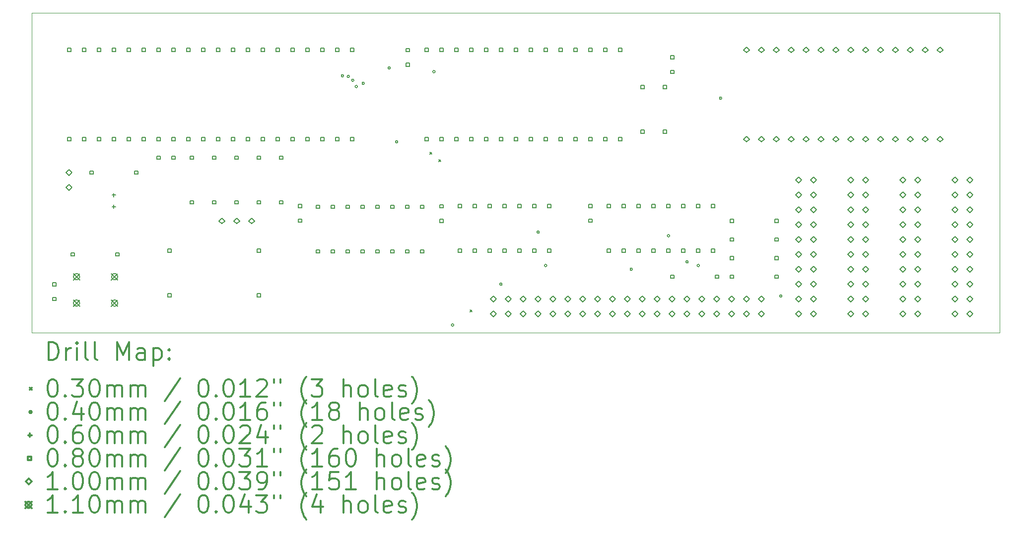
<source format=gbr>
%FSLAX45Y45*%
G04 Gerber Fmt 4.5, Leading zero omitted, Abs format (unit mm)*
G04 Created by KiCad (PCBNEW (5.1.9-0-10_14)) date 2021-04-28 18:13:41*
%MOMM*%
%LPD*%
G01*
G04 APERTURE LIST*
%TA.AperFunction,Profile*%
%ADD10C,0.050000*%
%TD*%
%ADD11C,0.200000*%
%ADD12C,0.300000*%
G04 APERTURE END LIST*
D10*
X15367000Y7302500D02*
X15367000Y12763500D01*
X31877000Y7302500D02*
X15367000Y7302500D01*
X31877000Y12763500D02*
X31877000Y7302500D01*
X15367000Y12763500D02*
X31877000Y12763500D01*
D11*
X22159200Y10378200D02*
X22189200Y10348200D01*
X22189200Y10378200D02*
X22159200Y10348200D01*
X22311600Y10251200D02*
X22341600Y10221200D01*
X22341600Y10251200D02*
X22311600Y10221200D01*
X22845000Y7685800D02*
X22875000Y7655800D01*
X22875000Y7685800D02*
X22845000Y7655800D01*
X20683364Y11685534D02*
G75*
G03*
X20683364Y11685534I-20000J0D01*
G01*
X20784500Y11675000D02*
G75*
G03*
X20784500Y11675000I-20000J0D01*
G01*
X20860384Y11609872D02*
G75*
G03*
X20860384Y11609872I-20000J0D01*
G01*
X20920500Y11502500D02*
G75*
G03*
X20920500Y11502500I-20000J0D01*
G01*
X21038500Y11557000D02*
G75*
G03*
X21038500Y11557000I-20000J0D01*
G01*
X21483000Y11820000D02*
G75*
G03*
X21483000Y11820000I-20000J0D01*
G01*
X21610000Y10559000D02*
G75*
G03*
X21610000Y10559000I-20000J0D01*
G01*
X22245000Y11756500D02*
G75*
G03*
X22245000Y11756500I-20000J0D01*
G01*
X22562500Y7429500D02*
G75*
G03*
X22562500Y7429500I-20000J0D01*
G01*
X23388000Y8128000D02*
G75*
G03*
X23388000Y8128000I-20000J0D01*
G01*
X24023000Y9017000D02*
G75*
G03*
X24023000Y9017000I-20000J0D01*
G01*
X24150000Y8445500D02*
G75*
G03*
X24150000Y8445500I-20000J0D01*
G01*
X25610500Y8382000D02*
G75*
G03*
X25610500Y8382000I-20000J0D01*
G01*
X26245500Y8953500D02*
G75*
G03*
X26245500Y8953500I-20000J0D01*
G01*
X26563000Y8509000D02*
G75*
G03*
X26563000Y8509000I-20000J0D01*
G01*
X26753500Y8445500D02*
G75*
G03*
X26753500Y8445500I-20000J0D01*
G01*
X27134500Y11303000D02*
G75*
G03*
X27134500Y11303000I-20000J0D01*
G01*
X28161715Y7926285D02*
G75*
G03*
X28161715Y7926285I-20000J0D01*
G01*
X16764000Y9682000D02*
X16764000Y9622000D01*
X16734000Y9652000D02*
X16794000Y9652000D01*
X16764000Y9482000D02*
X16764000Y9422000D01*
X16734000Y9452000D02*
X16794000Y9452000D01*
X15776284Y8095715D02*
X15776284Y8152284D01*
X15719715Y8152284D01*
X15719715Y8095715D01*
X15776284Y8095715D01*
X15776284Y7845715D02*
X15776284Y7902284D01*
X15719715Y7902284D01*
X15719715Y7845715D01*
X15776284Y7845715D01*
X16030284Y12100215D02*
X16030284Y12156784D01*
X15973715Y12156784D01*
X15973715Y12100215D01*
X16030284Y12100215D01*
X16030284Y10576216D02*
X16030284Y10632785D01*
X15973715Y10632785D01*
X15973715Y10576216D01*
X16030284Y10576216D01*
X16093784Y8607716D02*
X16093784Y8664285D01*
X16037215Y8664285D01*
X16037215Y8607716D01*
X16093784Y8607716D01*
X16284284Y12100215D02*
X16284284Y12156784D01*
X16227715Y12156784D01*
X16227715Y12100215D01*
X16284284Y12100215D01*
X16284284Y10576216D02*
X16284284Y10632785D01*
X16227715Y10632785D01*
X16227715Y10576216D01*
X16284284Y10576216D01*
X16411284Y10004716D02*
X16411284Y10061285D01*
X16354715Y10061285D01*
X16354715Y10004716D01*
X16411284Y10004716D01*
X16538284Y12100215D02*
X16538284Y12156784D01*
X16481715Y12156784D01*
X16481715Y12100215D01*
X16538284Y12100215D01*
X16538284Y10576216D02*
X16538284Y10632785D01*
X16481715Y10632785D01*
X16481715Y10576216D01*
X16538284Y10576216D01*
X16792285Y12100215D02*
X16792285Y12156784D01*
X16735715Y12156784D01*
X16735715Y12100215D01*
X16792285Y12100215D01*
X16792285Y10576216D02*
X16792285Y10632785D01*
X16735715Y10632785D01*
X16735715Y10576216D01*
X16792285Y10576216D01*
X16855785Y8607716D02*
X16855785Y8664285D01*
X16799216Y8664285D01*
X16799216Y8607716D01*
X16855785Y8607716D01*
X17046285Y12100215D02*
X17046285Y12156784D01*
X16989716Y12156784D01*
X16989716Y12100215D01*
X17046285Y12100215D01*
X17046285Y10576216D02*
X17046285Y10632785D01*
X16989716Y10632785D01*
X16989716Y10576216D01*
X17046285Y10576216D01*
X17173285Y10004716D02*
X17173285Y10061285D01*
X17116716Y10061285D01*
X17116716Y10004716D01*
X17173285Y10004716D01*
X17300285Y12100215D02*
X17300285Y12156784D01*
X17243716Y12156784D01*
X17243716Y12100215D01*
X17300285Y12100215D01*
X17300285Y10576216D02*
X17300285Y10632785D01*
X17243716Y10632785D01*
X17243716Y10576216D01*
X17300285Y10576216D01*
X17554285Y12100215D02*
X17554285Y12156784D01*
X17497716Y12156784D01*
X17497716Y12100215D01*
X17554285Y12100215D01*
X17554285Y10576216D02*
X17554285Y10632785D01*
X17497716Y10632785D01*
X17497716Y10576216D01*
X17554285Y10576216D01*
X17558285Y10258716D02*
X17558285Y10315285D01*
X17501716Y10315285D01*
X17501716Y10258716D01*
X17558285Y10258716D01*
X17744785Y8671216D02*
X17744785Y8727785D01*
X17688216Y8727785D01*
X17688216Y8671216D01*
X17744785Y8671216D01*
X17744785Y7909215D02*
X17744785Y7965784D01*
X17688216Y7965784D01*
X17688216Y7909215D01*
X17744785Y7909215D01*
X17808285Y12100215D02*
X17808285Y12156784D01*
X17751716Y12156784D01*
X17751716Y12100215D01*
X17808285Y12100215D01*
X17808285Y10576216D02*
X17808285Y10632785D01*
X17751716Y10632785D01*
X17751716Y10576216D01*
X17808285Y10576216D01*
X17808285Y10258716D02*
X17808285Y10315285D01*
X17751716Y10315285D01*
X17751716Y10258716D01*
X17808285Y10258716D01*
X18062285Y12100215D02*
X18062285Y12156784D01*
X18005716Y12156784D01*
X18005716Y12100215D01*
X18062285Y12100215D01*
X18062285Y10576216D02*
X18062285Y10632785D01*
X18005716Y10632785D01*
X18005716Y10576216D01*
X18062285Y10576216D01*
X18125785Y10258716D02*
X18125785Y10315285D01*
X18069216Y10315285D01*
X18069216Y10258716D01*
X18125785Y10258716D01*
X18125785Y9496716D02*
X18125785Y9553285D01*
X18069216Y9553285D01*
X18069216Y9496716D01*
X18125785Y9496716D01*
X18316285Y12100215D02*
X18316285Y12156784D01*
X18259716Y12156784D01*
X18259716Y12100215D01*
X18316285Y12100215D01*
X18316285Y10576216D02*
X18316285Y10632785D01*
X18259716Y10632785D01*
X18259716Y10576216D01*
X18316285Y10576216D01*
X18506785Y10258716D02*
X18506785Y10315285D01*
X18450216Y10315285D01*
X18450216Y10258716D01*
X18506785Y10258716D01*
X18506785Y9496716D02*
X18506785Y9553285D01*
X18450216Y9553285D01*
X18450216Y9496716D01*
X18506785Y9496716D01*
X18570285Y12100215D02*
X18570285Y12156784D01*
X18513716Y12156784D01*
X18513716Y12100215D01*
X18570285Y12100215D01*
X18570285Y10576216D02*
X18570285Y10632785D01*
X18513716Y10632785D01*
X18513716Y10576216D01*
X18570285Y10576216D01*
X18824285Y12100215D02*
X18824285Y12156784D01*
X18767716Y12156784D01*
X18767716Y12100215D01*
X18824285Y12100215D01*
X18824285Y10576216D02*
X18824285Y10632785D01*
X18767716Y10632785D01*
X18767716Y10576216D01*
X18824285Y10576216D01*
X18887785Y10258716D02*
X18887785Y10315285D01*
X18831216Y10315285D01*
X18831216Y10258716D01*
X18887785Y10258716D01*
X18887785Y9496716D02*
X18887785Y9553285D01*
X18831216Y9553285D01*
X18831216Y9496716D01*
X18887785Y9496716D01*
X19078285Y12100215D02*
X19078285Y12156784D01*
X19021716Y12156784D01*
X19021716Y12100215D01*
X19078285Y12100215D01*
X19078285Y10576216D02*
X19078285Y10632785D01*
X19021716Y10632785D01*
X19021716Y10576216D01*
X19078285Y10576216D01*
X19268785Y10258716D02*
X19268785Y10315285D01*
X19212216Y10315285D01*
X19212216Y10258716D01*
X19268785Y10258716D01*
X19268785Y9496716D02*
X19268785Y9553285D01*
X19212216Y9553285D01*
X19212216Y9496716D01*
X19268785Y9496716D01*
X19268785Y8671216D02*
X19268785Y8727785D01*
X19212216Y8727785D01*
X19212216Y8671216D01*
X19268785Y8671216D01*
X19268785Y7909215D02*
X19268785Y7965784D01*
X19212216Y7965784D01*
X19212216Y7909215D01*
X19268785Y7909215D01*
X19332285Y12100215D02*
X19332285Y12156784D01*
X19275716Y12156784D01*
X19275716Y12100215D01*
X19332285Y12100215D01*
X19332285Y10576216D02*
X19332285Y10632785D01*
X19275716Y10632785D01*
X19275716Y10576216D01*
X19332285Y10576216D01*
X19586285Y12100215D02*
X19586285Y12156784D01*
X19529716Y12156784D01*
X19529716Y12100215D01*
X19586285Y12100215D01*
X19586285Y10576216D02*
X19586285Y10632785D01*
X19529716Y10632785D01*
X19529716Y10576216D01*
X19586285Y10576216D01*
X19649785Y10258716D02*
X19649785Y10315285D01*
X19593216Y10315285D01*
X19593216Y10258716D01*
X19649785Y10258716D01*
X19649785Y9496716D02*
X19649785Y9553285D01*
X19593216Y9553285D01*
X19593216Y9496716D01*
X19649785Y9496716D01*
X19840285Y12100215D02*
X19840285Y12156784D01*
X19783716Y12156784D01*
X19783716Y12100215D01*
X19840285Y12100215D01*
X19840285Y10576216D02*
X19840285Y10632785D01*
X19783716Y10632785D01*
X19783716Y10576216D01*
X19840285Y10576216D01*
X19967285Y9433216D02*
X19967285Y9489785D01*
X19910716Y9489785D01*
X19910716Y9433216D01*
X19967285Y9433216D01*
X19967285Y9183216D02*
X19967285Y9239785D01*
X19910716Y9239785D01*
X19910716Y9183216D01*
X19967285Y9183216D01*
X20094285Y12100215D02*
X20094285Y12156784D01*
X20037716Y12156784D01*
X20037716Y12100215D01*
X20094285Y12100215D01*
X20094285Y10576216D02*
X20094285Y10632785D01*
X20037716Y10632785D01*
X20037716Y10576216D01*
X20094285Y10576216D01*
X20272085Y9420516D02*
X20272085Y9477085D01*
X20215516Y9477085D01*
X20215516Y9420516D01*
X20272085Y9420516D01*
X20272085Y8658516D02*
X20272085Y8715085D01*
X20215516Y8715085D01*
X20215516Y8658516D01*
X20272085Y8658516D01*
X20348285Y12100215D02*
X20348285Y12156784D01*
X20291716Y12156784D01*
X20291716Y12100215D01*
X20348285Y12100215D01*
X20348285Y10576216D02*
X20348285Y10632785D01*
X20291716Y10632785D01*
X20291716Y10576216D01*
X20348285Y10576216D01*
X20526085Y9420516D02*
X20526085Y9477085D01*
X20469516Y9477085D01*
X20469516Y9420516D01*
X20526085Y9420516D01*
X20526085Y8658516D02*
X20526085Y8715085D01*
X20469516Y8715085D01*
X20469516Y8658516D01*
X20526085Y8658516D01*
X20602285Y12100215D02*
X20602285Y12156784D01*
X20545716Y12156784D01*
X20545716Y12100215D01*
X20602285Y12100215D01*
X20602285Y10576216D02*
X20602285Y10632785D01*
X20545716Y10632785D01*
X20545716Y10576216D01*
X20602285Y10576216D01*
X20780085Y9420516D02*
X20780085Y9477085D01*
X20723516Y9477085D01*
X20723516Y9420516D01*
X20780085Y9420516D01*
X20780085Y8658516D02*
X20780085Y8715085D01*
X20723516Y8715085D01*
X20723516Y8658516D01*
X20780085Y8658516D01*
X20856285Y12100215D02*
X20856285Y12156784D01*
X20799716Y12156784D01*
X20799716Y12100215D01*
X20856285Y12100215D01*
X20856285Y10576216D02*
X20856285Y10632785D01*
X20799716Y10632785D01*
X20799716Y10576216D01*
X20856285Y10576216D01*
X21034085Y9420516D02*
X21034085Y9477085D01*
X20977516Y9477085D01*
X20977516Y9420516D01*
X21034085Y9420516D01*
X21034085Y8658516D02*
X21034085Y8715085D01*
X20977516Y8715085D01*
X20977516Y8658516D01*
X21034085Y8658516D01*
X21288085Y9420516D02*
X21288085Y9477085D01*
X21231516Y9477085D01*
X21231516Y9420516D01*
X21288085Y9420516D01*
X21288085Y8658516D02*
X21288085Y8715085D01*
X21231516Y8715085D01*
X21231516Y8658516D01*
X21288085Y8658516D01*
X21542085Y9420516D02*
X21542085Y9477085D01*
X21485516Y9477085D01*
X21485516Y9420516D01*
X21542085Y9420516D01*
X21542085Y8658516D02*
X21542085Y8715085D01*
X21485516Y8715085D01*
X21485516Y8658516D01*
X21542085Y8658516D01*
X21796085Y9420516D02*
X21796085Y9477085D01*
X21739516Y9477085D01*
X21739516Y9420516D01*
X21796085Y9420516D01*
X21796085Y8658516D02*
X21796085Y8715085D01*
X21739516Y8715085D01*
X21739516Y8658516D01*
X21796085Y8658516D01*
X21808785Y12096215D02*
X21808785Y12152784D01*
X21752216Y12152784D01*
X21752216Y12096215D01*
X21808785Y12096215D01*
X21808785Y11846215D02*
X21808785Y11902784D01*
X21752216Y11902784D01*
X21752216Y11846215D01*
X21808785Y11846215D01*
X22050085Y9420516D02*
X22050085Y9477085D01*
X21993516Y9477085D01*
X21993516Y9420516D01*
X22050085Y9420516D01*
X22050085Y8658516D02*
X22050085Y8715085D01*
X21993516Y8715085D01*
X21993516Y8658516D01*
X22050085Y8658516D01*
X22126285Y12100215D02*
X22126285Y12156784D01*
X22069716Y12156784D01*
X22069716Y12100215D01*
X22126285Y12100215D01*
X22126285Y10576216D02*
X22126285Y10632785D01*
X22069716Y10632785D01*
X22069716Y10576216D01*
X22126285Y10576216D01*
X22380284Y12100215D02*
X22380284Y12156784D01*
X22323716Y12156784D01*
X22323716Y12100215D01*
X22380284Y12100215D01*
X22380284Y10576216D02*
X22380284Y10632785D01*
X22323716Y10632785D01*
X22323716Y10576216D01*
X22380284Y10576216D01*
X22380284Y9429216D02*
X22380284Y9485785D01*
X22323716Y9485785D01*
X22323716Y9429216D01*
X22380284Y9429216D01*
X22380284Y9179216D02*
X22380284Y9235785D01*
X22323716Y9235785D01*
X22323716Y9179216D01*
X22380284Y9179216D01*
X22634284Y12100215D02*
X22634284Y12156784D01*
X22577715Y12156784D01*
X22577715Y12100215D01*
X22634284Y12100215D01*
X22634284Y10576216D02*
X22634284Y10632785D01*
X22577715Y10632785D01*
X22577715Y10576216D01*
X22634284Y10576216D01*
X22697784Y9433216D02*
X22697784Y9489785D01*
X22641215Y9489785D01*
X22641215Y9433216D01*
X22697784Y9433216D01*
X22697784Y8671216D02*
X22697784Y8727785D01*
X22641215Y8727785D01*
X22641215Y8671216D01*
X22697784Y8671216D01*
X22888284Y12100215D02*
X22888284Y12156784D01*
X22831715Y12156784D01*
X22831715Y12100215D01*
X22888284Y12100215D01*
X22888284Y10576216D02*
X22888284Y10632785D01*
X22831715Y10632785D01*
X22831715Y10576216D01*
X22888284Y10576216D01*
X22951784Y9433216D02*
X22951784Y9489785D01*
X22895215Y9489785D01*
X22895215Y9433216D01*
X22951784Y9433216D01*
X22951784Y8671216D02*
X22951784Y8727785D01*
X22895215Y8727785D01*
X22895215Y8671216D01*
X22951784Y8671216D01*
X23142284Y12100215D02*
X23142284Y12156784D01*
X23085715Y12156784D01*
X23085715Y12100215D01*
X23142284Y12100215D01*
X23142284Y10576216D02*
X23142284Y10632785D01*
X23085715Y10632785D01*
X23085715Y10576216D01*
X23142284Y10576216D01*
X23205784Y9433216D02*
X23205784Y9489785D01*
X23149215Y9489785D01*
X23149215Y9433216D01*
X23205784Y9433216D01*
X23205784Y8671216D02*
X23205784Y8727785D01*
X23149215Y8727785D01*
X23149215Y8671216D01*
X23205784Y8671216D01*
X23396284Y12100215D02*
X23396284Y12156784D01*
X23339715Y12156784D01*
X23339715Y12100215D01*
X23396284Y12100215D01*
X23396284Y10576216D02*
X23396284Y10632785D01*
X23339715Y10632785D01*
X23339715Y10576216D01*
X23396284Y10576216D01*
X23459784Y9433216D02*
X23459784Y9489785D01*
X23403215Y9489785D01*
X23403215Y9433216D01*
X23459784Y9433216D01*
X23459784Y8671216D02*
X23459784Y8727785D01*
X23403215Y8727785D01*
X23403215Y8671216D01*
X23459784Y8671216D01*
X23650284Y12100215D02*
X23650284Y12156784D01*
X23593715Y12156784D01*
X23593715Y12100215D01*
X23650284Y12100215D01*
X23650284Y10576216D02*
X23650284Y10632785D01*
X23593715Y10632785D01*
X23593715Y10576216D01*
X23650284Y10576216D01*
X23713784Y9433216D02*
X23713784Y9489785D01*
X23657215Y9489785D01*
X23657215Y9433216D01*
X23713784Y9433216D01*
X23713784Y8671216D02*
X23713784Y8727785D01*
X23657215Y8727785D01*
X23657215Y8671216D01*
X23713784Y8671216D01*
X23904284Y12100215D02*
X23904284Y12156784D01*
X23847715Y12156784D01*
X23847715Y12100215D01*
X23904284Y12100215D01*
X23904284Y10576216D02*
X23904284Y10632785D01*
X23847715Y10632785D01*
X23847715Y10576216D01*
X23904284Y10576216D01*
X23967784Y9433216D02*
X23967784Y9489785D01*
X23911215Y9489785D01*
X23911215Y9433216D01*
X23967784Y9433216D01*
X23967784Y8671216D02*
X23967784Y8727785D01*
X23911215Y8727785D01*
X23911215Y8671216D01*
X23967784Y8671216D01*
X24158284Y12100215D02*
X24158284Y12156784D01*
X24101715Y12156784D01*
X24101715Y12100215D01*
X24158284Y12100215D01*
X24158284Y10576216D02*
X24158284Y10632785D01*
X24101715Y10632785D01*
X24101715Y10576216D01*
X24158284Y10576216D01*
X24221784Y9433216D02*
X24221784Y9489785D01*
X24165215Y9489785D01*
X24165215Y9433216D01*
X24221784Y9433216D01*
X24221784Y8671216D02*
X24221784Y8727785D01*
X24165215Y8727785D01*
X24165215Y8671216D01*
X24221784Y8671216D01*
X24412284Y12100215D02*
X24412284Y12156784D01*
X24355715Y12156784D01*
X24355715Y12100215D01*
X24412284Y12100215D01*
X24412284Y10576216D02*
X24412284Y10632785D01*
X24355715Y10632785D01*
X24355715Y10576216D01*
X24412284Y10576216D01*
X24666284Y12100215D02*
X24666284Y12156784D01*
X24609715Y12156784D01*
X24609715Y12100215D01*
X24666284Y12100215D01*
X24666284Y10576216D02*
X24666284Y10632785D01*
X24609715Y10632785D01*
X24609715Y10576216D01*
X24666284Y10576216D01*
X24920284Y12100215D02*
X24920284Y12156784D01*
X24863715Y12156784D01*
X24863715Y12100215D01*
X24920284Y12100215D01*
X24920284Y10576216D02*
X24920284Y10632785D01*
X24863715Y10632785D01*
X24863715Y10576216D01*
X24920284Y10576216D01*
X24920284Y9433216D02*
X24920284Y9489785D01*
X24863715Y9489785D01*
X24863715Y9433216D01*
X24920284Y9433216D01*
X24920284Y9183216D02*
X24920284Y9239785D01*
X24863715Y9239785D01*
X24863715Y9183216D01*
X24920284Y9183216D01*
X25174284Y12100215D02*
X25174284Y12156784D01*
X25117715Y12156784D01*
X25117715Y12100215D01*
X25174284Y12100215D01*
X25174284Y10576216D02*
X25174284Y10632785D01*
X25117715Y10632785D01*
X25117715Y10576216D01*
X25174284Y10576216D01*
X25237784Y9433216D02*
X25237784Y9489785D01*
X25181215Y9489785D01*
X25181215Y9433216D01*
X25237784Y9433216D01*
X25237784Y8671216D02*
X25237784Y8727785D01*
X25181215Y8727785D01*
X25181215Y8671216D01*
X25237784Y8671216D01*
X25428284Y12100215D02*
X25428284Y12156784D01*
X25371715Y12156784D01*
X25371715Y12100215D01*
X25428284Y12100215D01*
X25428284Y10576216D02*
X25428284Y10632785D01*
X25371715Y10632785D01*
X25371715Y10576216D01*
X25428284Y10576216D01*
X25491784Y9433216D02*
X25491784Y9489785D01*
X25435215Y9489785D01*
X25435215Y9433216D01*
X25491784Y9433216D01*
X25491784Y8671216D02*
X25491784Y8727785D01*
X25435215Y8727785D01*
X25435215Y8671216D01*
X25491784Y8671216D01*
X25745784Y9433216D02*
X25745784Y9489785D01*
X25689215Y9489785D01*
X25689215Y9433216D01*
X25745784Y9433216D01*
X25745784Y8671216D02*
X25745784Y8727785D01*
X25689215Y8727785D01*
X25689215Y8671216D01*
X25745784Y8671216D01*
X25809284Y11465215D02*
X25809284Y11521784D01*
X25752715Y11521784D01*
X25752715Y11465215D01*
X25809284Y11465215D01*
X25809284Y10703216D02*
X25809284Y10759785D01*
X25752715Y10759785D01*
X25752715Y10703216D01*
X25809284Y10703216D01*
X25999784Y9433216D02*
X25999784Y9489785D01*
X25943215Y9489785D01*
X25943215Y9433216D01*
X25999784Y9433216D01*
X25999784Y8671216D02*
X25999784Y8727785D01*
X25943215Y8727785D01*
X25943215Y8671216D01*
X25999784Y8671216D01*
X26190284Y11465215D02*
X26190284Y11521784D01*
X26133715Y11521784D01*
X26133715Y11465215D01*
X26190284Y11465215D01*
X26190284Y10703216D02*
X26190284Y10759785D01*
X26133715Y10759785D01*
X26133715Y10703216D01*
X26190284Y10703216D01*
X26253784Y9433216D02*
X26253784Y9489785D01*
X26197215Y9489785D01*
X26197215Y9433216D01*
X26253784Y9433216D01*
X26253784Y8671216D02*
X26253784Y8727785D01*
X26197215Y8727785D01*
X26197215Y8671216D01*
X26253784Y8671216D01*
X26317284Y11973215D02*
X26317284Y12029784D01*
X26260715Y12029784D01*
X26260715Y11973215D01*
X26317284Y11973215D01*
X26317284Y11723215D02*
X26317284Y11779784D01*
X26260715Y11779784D01*
X26260715Y11723215D01*
X26317284Y11723215D01*
X26317284Y8226715D02*
X26317284Y8283284D01*
X26260715Y8283284D01*
X26260715Y8226715D01*
X26317284Y8226715D01*
X26507784Y9433216D02*
X26507784Y9489785D01*
X26451215Y9489785D01*
X26451215Y9433216D01*
X26507784Y9433216D01*
X26507784Y8671216D02*
X26507784Y8727785D01*
X26451215Y8727785D01*
X26451215Y8671216D01*
X26507784Y8671216D01*
X26761784Y9433216D02*
X26761784Y9489785D01*
X26705215Y9489785D01*
X26705215Y9433216D01*
X26761784Y9433216D01*
X26761784Y8671216D02*
X26761784Y8727785D01*
X26705215Y8727785D01*
X26705215Y8671216D01*
X26761784Y8671216D01*
X27015784Y9433216D02*
X27015784Y9489785D01*
X26959215Y9489785D01*
X26959215Y9433216D01*
X27015784Y9433216D01*
X27015784Y8671216D02*
X27015784Y8727785D01*
X26959215Y8727785D01*
X26959215Y8671216D01*
X27015784Y8671216D01*
X27079284Y8226715D02*
X27079284Y8283284D01*
X27022715Y8283284D01*
X27022715Y8226715D01*
X27079284Y8226715D01*
X27333284Y9179216D02*
X27333284Y9235785D01*
X27276715Y9235785D01*
X27276715Y9179216D01*
X27333284Y9179216D01*
X27333284Y8861716D02*
X27333284Y8918285D01*
X27276715Y8918285D01*
X27276715Y8861716D01*
X27333284Y8861716D01*
X27333284Y8544216D02*
X27333284Y8600785D01*
X27276715Y8600785D01*
X27276715Y8544216D01*
X27333284Y8544216D01*
X27333284Y8226715D02*
X27333284Y8283284D01*
X27276715Y8283284D01*
X27276715Y8226715D01*
X27333284Y8226715D01*
X28095284Y9179216D02*
X28095284Y9235785D01*
X28038715Y9235785D01*
X28038715Y9179216D01*
X28095284Y9179216D01*
X28095284Y8861716D02*
X28095284Y8918285D01*
X28038715Y8918285D01*
X28038715Y8861716D01*
X28095284Y8861716D01*
X28095284Y8544216D02*
X28095284Y8600785D01*
X28038715Y8600785D01*
X28038715Y8544216D01*
X28095284Y8544216D01*
X28095284Y8226715D02*
X28095284Y8283284D01*
X28038715Y8283284D01*
X28038715Y8226715D01*
X28095284Y8226715D01*
X16002000Y9983000D02*
X16052000Y10033000D01*
X16002000Y10083000D01*
X15952000Y10033000D01*
X16002000Y9983000D01*
X16002000Y9729000D02*
X16052000Y9779000D01*
X16002000Y9829000D01*
X15952000Y9779000D01*
X16002000Y9729000D01*
X18605500Y9157500D02*
X18655500Y9207500D01*
X18605500Y9257500D01*
X18555500Y9207500D01*
X18605500Y9157500D01*
X18859500Y9157500D02*
X18909500Y9207500D01*
X18859500Y9257500D01*
X18809500Y9207500D01*
X18859500Y9157500D01*
X19113500Y9157500D02*
X19163500Y9207500D01*
X19113500Y9257500D01*
X19063500Y9207500D01*
X19113500Y9157500D01*
X23241000Y7824000D02*
X23291000Y7874000D01*
X23241000Y7924000D01*
X23191000Y7874000D01*
X23241000Y7824000D01*
X23241000Y7570000D02*
X23291000Y7620000D01*
X23241000Y7670000D01*
X23191000Y7620000D01*
X23241000Y7570000D01*
X23495000Y7824000D02*
X23545000Y7874000D01*
X23495000Y7924000D01*
X23445000Y7874000D01*
X23495000Y7824000D01*
X23495000Y7570000D02*
X23545000Y7620000D01*
X23495000Y7670000D01*
X23445000Y7620000D01*
X23495000Y7570000D01*
X23749000Y7824000D02*
X23799000Y7874000D01*
X23749000Y7924000D01*
X23699000Y7874000D01*
X23749000Y7824000D01*
X23749000Y7570000D02*
X23799000Y7620000D01*
X23749000Y7670000D01*
X23699000Y7620000D01*
X23749000Y7570000D01*
X24003000Y7824000D02*
X24053000Y7874000D01*
X24003000Y7924000D01*
X23953000Y7874000D01*
X24003000Y7824000D01*
X24003000Y7570000D02*
X24053000Y7620000D01*
X24003000Y7670000D01*
X23953000Y7620000D01*
X24003000Y7570000D01*
X24257000Y7824000D02*
X24307000Y7874000D01*
X24257000Y7924000D01*
X24207000Y7874000D01*
X24257000Y7824000D01*
X24257000Y7570000D02*
X24307000Y7620000D01*
X24257000Y7670000D01*
X24207000Y7620000D01*
X24257000Y7570000D01*
X24511000Y7824000D02*
X24561000Y7874000D01*
X24511000Y7924000D01*
X24461000Y7874000D01*
X24511000Y7824000D01*
X24511000Y7570000D02*
X24561000Y7620000D01*
X24511000Y7670000D01*
X24461000Y7620000D01*
X24511000Y7570000D01*
X24765000Y7824000D02*
X24815000Y7874000D01*
X24765000Y7924000D01*
X24715000Y7874000D01*
X24765000Y7824000D01*
X24765000Y7570000D02*
X24815000Y7620000D01*
X24765000Y7670000D01*
X24715000Y7620000D01*
X24765000Y7570000D01*
X25019000Y7824000D02*
X25069000Y7874000D01*
X25019000Y7924000D01*
X24969000Y7874000D01*
X25019000Y7824000D01*
X25019000Y7570000D02*
X25069000Y7620000D01*
X25019000Y7670000D01*
X24969000Y7620000D01*
X25019000Y7570000D01*
X25273000Y7824000D02*
X25323000Y7874000D01*
X25273000Y7924000D01*
X25223000Y7874000D01*
X25273000Y7824000D01*
X25273000Y7570000D02*
X25323000Y7620000D01*
X25273000Y7670000D01*
X25223000Y7620000D01*
X25273000Y7570000D01*
X25527000Y7824000D02*
X25577000Y7874000D01*
X25527000Y7924000D01*
X25477000Y7874000D01*
X25527000Y7824000D01*
X25527000Y7570000D02*
X25577000Y7620000D01*
X25527000Y7670000D01*
X25477000Y7620000D01*
X25527000Y7570000D01*
X25781000Y7824000D02*
X25831000Y7874000D01*
X25781000Y7924000D01*
X25731000Y7874000D01*
X25781000Y7824000D01*
X25781000Y7570000D02*
X25831000Y7620000D01*
X25781000Y7670000D01*
X25731000Y7620000D01*
X25781000Y7570000D01*
X26035000Y7824000D02*
X26085000Y7874000D01*
X26035000Y7924000D01*
X25985000Y7874000D01*
X26035000Y7824000D01*
X26035000Y7570000D02*
X26085000Y7620000D01*
X26035000Y7670000D01*
X25985000Y7620000D01*
X26035000Y7570000D01*
X26289000Y7824000D02*
X26339000Y7874000D01*
X26289000Y7924000D01*
X26239000Y7874000D01*
X26289000Y7824000D01*
X26289000Y7570000D02*
X26339000Y7620000D01*
X26289000Y7670000D01*
X26239000Y7620000D01*
X26289000Y7570000D01*
X26543000Y7824000D02*
X26593000Y7874000D01*
X26543000Y7924000D01*
X26493000Y7874000D01*
X26543000Y7824000D01*
X26543000Y7570000D02*
X26593000Y7620000D01*
X26543000Y7670000D01*
X26493000Y7620000D01*
X26543000Y7570000D01*
X26797000Y7824000D02*
X26847000Y7874000D01*
X26797000Y7924000D01*
X26747000Y7874000D01*
X26797000Y7824000D01*
X26797000Y7570000D02*
X26847000Y7620000D01*
X26797000Y7670000D01*
X26747000Y7620000D01*
X26797000Y7570000D01*
X27051000Y7824000D02*
X27101000Y7874000D01*
X27051000Y7924000D01*
X27001000Y7874000D01*
X27051000Y7824000D01*
X27051000Y7570000D02*
X27101000Y7620000D01*
X27051000Y7670000D01*
X27001000Y7620000D01*
X27051000Y7570000D01*
X27305000Y7824000D02*
X27355000Y7874000D01*
X27305000Y7924000D01*
X27255000Y7874000D01*
X27305000Y7824000D01*
X27305000Y7570000D02*
X27355000Y7620000D01*
X27305000Y7670000D01*
X27255000Y7620000D01*
X27305000Y7570000D01*
X27559000Y12078500D02*
X27609000Y12128500D01*
X27559000Y12178500D01*
X27509000Y12128500D01*
X27559000Y12078500D01*
X27559000Y10554500D02*
X27609000Y10604500D01*
X27559000Y10654500D01*
X27509000Y10604500D01*
X27559000Y10554500D01*
X27559000Y7824000D02*
X27609000Y7874000D01*
X27559000Y7924000D01*
X27509000Y7874000D01*
X27559000Y7824000D01*
X27559000Y7570000D02*
X27609000Y7620000D01*
X27559000Y7670000D01*
X27509000Y7620000D01*
X27559000Y7570000D01*
X27813000Y12078500D02*
X27863000Y12128500D01*
X27813000Y12178500D01*
X27763000Y12128500D01*
X27813000Y12078500D01*
X27813000Y10554500D02*
X27863000Y10604500D01*
X27813000Y10654500D01*
X27763000Y10604500D01*
X27813000Y10554500D01*
X27813000Y7824000D02*
X27863000Y7874000D01*
X27813000Y7924000D01*
X27763000Y7874000D01*
X27813000Y7824000D01*
X27813000Y7570000D02*
X27863000Y7620000D01*
X27813000Y7670000D01*
X27763000Y7620000D01*
X27813000Y7570000D01*
X28067000Y12078500D02*
X28117000Y12128500D01*
X28067000Y12178500D01*
X28017000Y12128500D01*
X28067000Y12078500D01*
X28067000Y10554500D02*
X28117000Y10604500D01*
X28067000Y10654500D01*
X28017000Y10604500D01*
X28067000Y10554500D01*
X28321000Y12078500D02*
X28371000Y12128500D01*
X28321000Y12178500D01*
X28271000Y12128500D01*
X28321000Y12078500D01*
X28321000Y10554500D02*
X28371000Y10604500D01*
X28321000Y10654500D01*
X28271000Y10604500D01*
X28321000Y10554500D01*
X28448000Y9856000D02*
X28498000Y9906000D01*
X28448000Y9956000D01*
X28398000Y9906000D01*
X28448000Y9856000D01*
X28448000Y9602000D02*
X28498000Y9652000D01*
X28448000Y9702000D01*
X28398000Y9652000D01*
X28448000Y9602000D01*
X28448000Y9348000D02*
X28498000Y9398000D01*
X28448000Y9448000D01*
X28398000Y9398000D01*
X28448000Y9348000D01*
X28448000Y9094000D02*
X28498000Y9144000D01*
X28448000Y9194000D01*
X28398000Y9144000D01*
X28448000Y9094000D01*
X28448000Y8840000D02*
X28498000Y8890000D01*
X28448000Y8940000D01*
X28398000Y8890000D01*
X28448000Y8840000D01*
X28448000Y8586000D02*
X28498000Y8636000D01*
X28448000Y8686000D01*
X28398000Y8636000D01*
X28448000Y8586000D01*
X28448000Y8332000D02*
X28498000Y8382000D01*
X28448000Y8432000D01*
X28398000Y8382000D01*
X28448000Y8332000D01*
X28448000Y8078000D02*
X28498000Y8128000D01*
X28448000Y8178000D01*
X28398000Y8128000D01*
X28448000Y8078000D01*
X28448000Y7824000D02*
X28498000Y7874000D01*
X28448000Y7924000D01*
X28398000Y7874000D01*
X28448000Y7824000D01*
X28448000Y7570000D02*
X28498000Y7620000D01*
X28448000Y7670000D01*
X28398000Y7620000D01*
X28448000Y7570000D01*
X28575000Y12078500D02*
X28625000Y12128500D01*
X28575000Y12178500D01*
X28525000Y12128500D01*
X28575000Y12078500D01*
X28575000Y10554500D02*
X28625000Y10604500D01*
X28575000Y10654500D01*
X28525000Y10604500D01*
X28575000Y10554500D01*
X28702000Y9856000D02*
X28752000Y9906000D01*
X28702000Y9956000D01*
X28652000Y9906000D01*
X28702000Y9856000D01*
X28702000Y9602000D02*
X28752000Y9652000D01*
X28702000Y9702000D01*
X28652000Y9652000D01*
X28702000Y9602000D01*
X28702000Y9348000D02*
X28752000Y9398000D01*
X28702000Y9448000D01*
X28652000Y9398000D01*
X28702000Y9348000D01*
X28702000Y9094000D02*
X28752000Y9144000D01*
X28702000Y9194000D01*
X28652000Y9144000D01*
X28702000Y9094000D01*
X28702000Y8840000D02*
X28752000Y8890000D01*
X28702000Y8940000D01*
X28652000Y8890000D01*
X28702000Y8840000D01*
X28702000Y8586000D02*
X28752000Y8636000D01*
X28702000Y8686000D01*
X28652000Y8636000D01*
X28702000Y8586000D01*
X28702000Y8332000D02*
X28752000Y8382000D01*
X28702000Y8432000D01*
X28652000Y8382000D01*
X28702000Y8332000D01*
X28702000Y8078000D02*
X28752000Y8128000D01*
X28702000Y8178000D01*
X28652000Y8128000D01*
X28702000Y8078000D01*
X28702000Y7824000D02*
X28752000Y7874000D01*
X28702000Y7924000D01*
X28652000Y7874000D01*
X28702000Y7824000D01*
X28702000Y7570000D02*
X28752000Y7620000D01*
X28702000Y7670000D01*
X28652000Y7620000D01*
X28702000Y7570000D01*
X28829000Y12078500D02*
X28879000Y12128500D01*
X28829000Y12178500D01*
X28779000Y12128500D01*
X28829000Y12078500D01*
X28829000Y10554500D02*
X28879000Y10604500D01*
X28829000Y10654500D01*
X28779000Y10604500D01*
X28829000Y10554500D01*
X29083000Y12078500D02*
X29133000Y12128500D01*
X29083000Y12178500D01*
X29033000Y12128500D01*
X29083000Y12078500D01*
X29083000Y10554500D02*
X29133000Y10604500D01*
X29083000Y10654500D01*
X29033000Y10604500D01*
X29083000Y10554500D01*
X29337000Y12078500D02*
X29387000Y12128500D01*
X29337000Y12178500D01*
X29287000Y12128500D01*
X29337000Y12078500D01*
X29337000Y10554500D02*
X29387000Y10604500D01*
X29337000Y10654500D01*
X29287000Y10604500D01*
X29337000Y10554500D01*
X29337000Y9856000D02*
X29387000Y9906000D01*
X29337000Y9956000D01*
X29287000Y9906000D01*
X29337000Y9856000D01*
X29337000Y9602000D02*
X29387000Y9652000D01*
X29337000Y9702000D01*
X29287000Y9652000D01*
X29337000Y9602000D01*
X29337000Y9348000D02*
X29387000Y9398000D01*
X29337000Y9448000D01*
X29287000Y9398000D01*
X29337000Y9348000D01*
X29337000Y9094000D02*
X29387000Y9144000D01*
X29337000Y9194000D01*
X29287000Y9144000D01*
X29337000Y9094000D01*
X29337000Y8840000D02*
X29387000Y8890000D01*
X29337000Y8940000D01*
X29287000Y8890000D01*
X29337000Y8840000D01*
X29337000Y8586000D02*
X29387000Y8636000D01*
X29337000Y8686000D01*
X29287000Y8636000D01*
X29337000Y8586000D01*
X29337000Y8332000D02*
X29387000Y8382000D01*
X29337000Y8432000D01*
X29287000Y8382000D01*
X29337000Y8332000D01*
X29337000Y8078000D02*
X29387000Y8128000D01*
X29337000Y8178000D01*
X29287000Y8128000D01*
X29337000Y8078000D01*
X29337000Y7824000D02*
X29387000Y7874000D01*
X29337000Y7924000D01*
X29287000Y7874000D01*
X29337000Y7824000D01*
X29337000Y7570000D02*
X29387000Y7620000D01*
X29337000Y7670000D01*
X29287000Y7620000D01*
X29337000Y7570000D01*
X29591000Y12078500D02*
X29641000Y12128500D01*
X29591000Y12178500D01*
X29541000Y12128500D01*
X29591000Y12078500D01*
X29591000Y10554500D02*
X29641000Y10604500D01*
X29591000Y10654500D01*
X29541000Y10604500D01*
X29591000Y10554500D01*
X29591000Y9856000D02*
X29641000Y9906000D01*
X29591000Y9956000D01*
X29541000Y9906000D01*
X29591000Y9856000D01*
X29591000Y9602000D02*
X29641000Y9652000D01*
X29591000Y9702000D01*
X29541000Y9652000D01*
X29591000Y9602000D01*
X29591000Y9348000D02*
X29641000Y9398000D01*
X29591000Y9448000D01*
X29541000Y9398000D01*
X29591000Y9348000D01*
X29591000Y9094000D02*
X29641000Y9144000D01*
X29591000Y9194000D01*
X29541000Y9144000D01*
X29591000Y9094000D01*
X29591000Y8840000D02*
X29641000Y8890000D01*
X29591000Y8940000D01*
X29541000Y8890000D01*
X29591000Y8840000D01*
X29591000Y8586000D02*
X29641000Y8636000D01*
X29591000Y8686000D01*
X29541000Y8636000D01*
X29591000Y8586000D01*
X29591000Y8332000D02*
X29641000Y8382000D01*
X29591000Y8432000D01*
X29541000Y8382000D01*
X29591000Y8332000D01*
X29591000Y8078000D02*
X29641000Y8128000D01*
X29591000Y8178000D01*
X29541000Y8128000D01*
X29591000Y8078000D01*
X29591000Y7824000D02*
X29641000Y7874000D01*
X29591000Y7924000D01*
X29541000Y7874000D01*
X29591000Y7824000D01*
X29591000Y7570000D02*
X29641000Y7620000D01*
X29591000Y7670000D01*
X29541000Y7620000D01*
X29591000Y7570000D01*
X29845000Y12078500D02*
X29895000Y12128500D01*
X29845000Y12178500D01*
X29795000Y12128500D01*
X29845000Y12078500D01*
X29845000Y10554500D02*
X29895000Y10604500D01*
X29845000Y10654500D01*
X29795000Y10604500D01*
X29845000Y10554500D01*
X30099000Y12078500D02*
X30149000Y12128500D01*
X30099000Y12178500D01*
X30049000Y12128500D01*
X30099000Y12078500D01*
X30099000Y10554500D02*
X30149000Y10604500D01*
X30099000Y10654500D01*
X30049000Y10604500D01*
X30099000Y10554500D01*
X30226000Y9856000D02*
X30276000Y9906000D01*
X30226000Y9956000D01*
X30176000Y9906000D01*
X30226000Y9856000D01*
X30226000Y9602000D02*
X30276000Y9652000D01*
X30226000Y9702000D01*
X30176000Y9652000D01*
X30226000Y9602000D01*
X30226000Y9348000D02*
X30276000Y9398000D01*
X30226000Y9448000D01*
X30176000Y9398000D01*
X30226000Y9348000D01*
X30226000Y9094000D02*
X30276000Y9144000D01*
X30226000Y9194000D01*
X30176000Y9144000D01*
X30226000Y9094000D01*
X30226000Y8840000D02*
X30276000Y8890000D01*
X30226000Y8940000D01*
X30176000Y8890000D01*
X30226000Y8840000D01*
X30226000Y8586000D02*
X30276000Y8636000D01*
X30226000Y8686000D01*
X30176000Y8636000D01*
X30226000Y8586000D01*
X30226000Y8332000D02*
X30276000Y8382000D01*
X30226000Y8432000D01*
X30176000Y8382000D01*
X30226000Y8332000D01*
X30226000Y8078000D02*
X30276000Y8128000D01*
X30226000Y8178000D01*
X30176000Y8128000D01*
X30226000Y8078000D01*
X30226000Y7824000D02*
X30276000Y7874000D01*
X30226000Y7924000D01*
X30176000Y7874000D01*
X30226000Y7824000D01*
X30226000Y7570000D02*
X30276000Y7620000D01*
X30226000Y7670000D01*
X30176000Y7620000D01*
X30226000Y7570000D01*
X30353000Y12078500D02*
X30403000Y12128500D01*
X30353000Y12178500D01*
X30303000Y12128500D01*
X30353000Y12078500D01*
X30353000Y10554500D02*
X30403000Y10604500D01*
X30353000Y10654500D01*
X30303000Y10604500D01*
X30353000Y10554500D01*
X30480000Y9856000D02*
X30530000Y9906000D01*
X30480000Y9956000D01*
X30430000Y9906000D01*
X30480000Y9856000D01*
X30480000Y9602000D02*
X30530000Y9652000D01*
X30480000Y9702000D01*
X30430000Y9652000D01*
X30480000Y9602000D01*
X30480000Y9348000D02*
X30530000Y9398000D01*
X30480000Y9448000D01*
X30430000Y9398000D01*
X30480000Y9348000D01*
X30480000Y9094000D02*
X30530000Y9144000D01*
X30480000Y9194000D01*
X30430000Y9144000D01*
X30480000Y9094000D01*
X30480000Y8840000D02*
X30530000Y8890000D01*
X30480000Y8940000D01*
X30430000Y8890000D01*
X30480000Y8840000D01*
X30480000Y8586000D02*
X30530000Y8636000D01*
X30480000Y8686000D01*
X30430000Y8636000D01*
X30480000Y8586000D01*
X30480000Y8332000D02*
X30530000Y8382000D01*
X30480000Y8432000D01*
X30430000Y8382000D01*
X30480000Y8332000D01*
X30480000Y8078000D02*
X30530000Y8128000D01*
X30480000Y8178000D01*
X30430000Y8128000D01*
X30480000Y8078000D01*
X30480000Y7824000D02*
X30530000Y7874000D01*
X30480000Y7924000D01*
X30430000Y7874000D01*
X30480000Y7824000D01*
X30480000Y7570000D02*
X30530000Y7620000D01*
X30480000Y7670000D01*
X30430000Y7620000D01*
X30480000Y7570000D01*
X30607000Y12078500D02*
X30657000Y12128500D01*
X30607000Y12178500D01*
X30557000Y12128500D01*
X30607000Y12078500D01*
X30607000Y10554500D02*
X30657000Y10604500D01*
X30607000Y10654500D01*
X30557000Y10604500D01*
X30607000Y10554500D01*
X30861000Y12078500D02*
X30911000Y12128500D01*
X30861000Y12178500D01*
X30811000Y12128500D01*
X30861000Y12078500D01*
X30861000Y10554500D02*
X30911000Y10604500D01*
X30861000Y10654500D01*
X30811000Y10604500D01*
X30861000Y10554500D01*
X31115000Y9856000D02*
X31165000Y9906000D01*
X31115000Y9956000D01*
X31065000Y9906000D01*
X31115000Y9856000D01*
X31115000Y9602000D02*
X31165000Y9652000D01*
X31115000Y9702000D01*
X31065000Y9652000D01*
X31115000Y9602000D01*
X31115000Y9348000D02*
X31165000Y9398000D01*
X31115000Y9448000D01*
X31065000Y9398000D01*
X31115000Y9348000D01*
X31115000Y9094000D02*
X31165000Y9144000D01*
X31115000Y9194000D01*
X31065000Y9144000D01*
X31115000Y9094000D01*
X31115000Y8840000D02*
X31165000Y8890000D01*
X31115000Y8940000D01*
X31065000Y8890000D01*
X31115000Y8840000D01*
X31115000Y8586000D02*
X31165000Y8636000D01*
X31115000Y8686000D01*
X31065000Y8636000D01*
X31115000Y8586000D01*
X31115000Y8332000D02*
X31165000Y8382000D01*
X31115000Y8432000D01*
X31065000Y8382000D01*
X31115000Y8332000D01*
X31115000Y8078000D02*
X31165000Y8128000D01*
X31115000Y8178000D01*
X31065000Y8128000D01*
X31115000Y8078000D01*
X31115000Y7824000D02*
X31165000Y7874000D01*
X31115000Y7924000D01*
X31065000Y7874000D01*
X31115000Y7824000D01*
X31115000Y7570000D02*
X31165000Y7620000D01*
X31115000Y7670000D01*
X31065000Y7620000D01*
X31115000Y7570000D01*
X31369000Y9856000D02*
X31419000Y9906000D01*
X31369000Y9956000D01*
X31319000Y9906000D01*
X31369000Y9856000D01*
X31369000Y9602000D02*
X31419000Y9652000D01*
X31369000Y9702000D01*
X31319000Y9652000D01*
X31369000Y9602000D01*
X31369000Y9348000D02*
X31419000Y9398000D01*
X31369000Y9448000D01*
X31319000Y9398000D01*
X31369000Y9348000D01*
X31369000Y9094000D02*
X31419000Y9144000D01*
X31369000Y9194000D01*
X31319000Y9144000D01*
X31369000Y9094000D01*
X31369000Y8840000D02*
X31419000Y8890000D01*
X31369000Y8940000D01*
X31319000Y8890000D01*
X31369000Y8840000D01*
X31369000Y8586000D02*
X31419000Y8636000D01*
X31369000Y8686000D01*
X31319000Y8636000D01*
X31369000Y8586000D01*
X31369000Y8332000D02*
X31419000Y8382000D01*
X31369000Y8432000D01*
X31319000Y8382000D01*
X31369000Y8332000D01*
X31369000Y8078000D02*
X31419000Y8128000D01*
X31369000Y8178000D01*
X31319000Y8128000D01*
X31369000Y8078000D01*
X31369000Y7824000D02*
X31419000Y7874000D01*
X31369000Y7924000D01*
X31319000Y7874000D01*
X31369000Y7824000D01*
X31369000Y7570000D02*
X31419000Y7620000D01*
X31369000Y7670000D01*
X31319000Y7620000D01*
X31369000Y7570000D01*
X16074000Y8310000D02*
X16184000Y8200000D01*
X16184000Y8310000D02*
X16074000Y8200000D01*
X16184000Y8255000D02*
G75*
G03*
X16184000Y8255000I-55000J0D01*
G01*
X16074000Y7860000D02*
X16184000Y7750000D01*
X16184000Y7860000D02*
X16074000Y7750000D01*
X16184000Y7805000D02*
G75*
G03*
X16184000Y7805000I-55000J0D01*
G01*
X16724000Y8310000D02*
X16834000Y8200000D01*
X16834000Y8310000D02*
X16724000Y8200000D01*
X16834000Y8255000D02*
G75*
G03*
X16834000Y8255000I-55000J0D01*
G01*
X16724000Y7860000D02*
X16834000Y7750000D01*
X16834000Y7860000D02*
X16724000Y7750000D01*
X16834000Y7805000D02*
G75*
G03*
X16834000Y7805000I-55000J0D01*
G01*
D12*
X15650928Y6834286D02*
X15650928Y7134286D01*
X15722357Y7134286D01*
X15765214Y7120000D01*
X15793786Y7091428D01*
X15808071Y7062857D01*
X15822357Y7005714D01*
X15822357Y6962857D01*
X15808071Y6905714D01*
X15793786Y6877143D01*
X15765214Y6848571D01*
X15722357Y6834286D01*
X15650928Y6834286D01*
X15950928Y6834286D02*
X15950928Y7034286D01*
X15950928Y6977143D02*
X15965214Y7005714D01*
X15979500Y7020000D01*
X16008071Y7034286D01*
X16036643Y7034286D01*
X16136643Y6834286D02*
X16136643Y7034286D01*
X16136643Y7134286D02*
X16122357Y7120000D01*
X16136643Y7105714D01*
X16150928Y7120000D01*
X16136643Y7134286D01*
X16136643Y7105714D01*
X16322357Y6834286D02*
X16293786Y6848571D01*
X16279500Y6877143D01*
X16279500Y7134286D01*
X16479500Y6834286D02*
X16450928Y6848571D01*
X16436643Y6877143D01*
X16436643Y7134286D01*
X16822357Y6834286D02*
X16822357Y7134286D01*
X16922357Y6920000D01*
X17022357Y7134286D01*
X17022357Y6834286D01*
X17293786Y6834286D02*
X17293786Y6991428D01*
X17279500Y7020000D01*
X17250928Y7034286D01*
X17193786Y7034286D01*
X17165214Y7020000D01*
X17293786Y6848571D02*
X17265214Y6834286D01*
X17193786Y6834286D01*
X17165214Y6848571D01*
X17150928Y6877143D01*
X17150928Y6905714D01*
X17165214Y6934286D01*
X17193786Y6948571D01*
X17265214Y6948571D01*
X17293786Y6962857D01*
X17436643Y7034286D02*
X17436643Y6734286D01*
X17436643Y7020000D02*
X17465214Y7034286D01*
X17522357Y7034286D01*
X17550928Y7020000D01*
X17565214Y7005714D01*
X17579500Y6977143D01*
X17579500Y6891428D01*
X17565214Y6862857D01*
X17550928Y6848571D01*
X17522357Y6834286D01*
X17465214Y6834286D01*
X17436643Y6848571D01*
X17708071Y6862857D02*
X17722357Y6848571D01*
X17708071Y6834286D01*
X17693786Y6848571D01*
X17708071Y6862857D01*
X17708071Y6834286D01*
X17708071Y7020000D02*
X17722357Y7005714D01*
X17708071Y6991428D01*
X17693786Y7005714D01*
X17708071Y7020000D01*
X17708071Y6991428D01*
X15334500Y6355000D02*
X15364500Y6325000D01*
X15364500Y6355000D02*
X15334500Y6325000D01*
X15708071Y6504286D02*
X15736643Y6504286D01*
X15765214Y6490000D01*
X15779500Y6475714D01*
X15793786Y6447143D01*
X15808071Y6390000D01*
X15808071Y6318571D01*
X15793786Y6261428D01*
X15779500Y6232857D01*
X15765214Y6218571D01*
X15736643Y6204286D01*
X15708071Y6204286D01*
X15679500Y6218571D01*
X15665214Y6232857D01*
X15650928Y6261428D01*
X15636643Y6318571D01*
X15636643Y6390000D01*
X15650928Y6447143D01*
X15665214Y6475714D01*
X15679500Y6490000D01*
X15708071Y6504286D01*
X15936643Y6232857D02*
X15950928Y6218571D01*
X15936643Y6204286D01*
X15922357Y6218571D01*
X15936643Y6232857D01*
X15936643Y6204286D01*
X16050928Y6504286D02*
X16236643Y6504286D01*
X16136643Y6390000D01*
X16179500Y6390000D01*
X16208071Y6375714D01*
X16222357Y6361428D01*
X16236643Y6332857D01*
X16236643Y6261428D01*
X16222357Y6232857D01*
X16208071Y6218571D01*
X16179500Y6204286D01*
X16093786Y6204286D01*
X16065214Y6218571D01*
X16050928Y6232857D01*
X16422357Y6504286D02*
X16450928Y6504286D01*
X16479500Y6490000D01*
X16493786Y6475714D01*
X16508071Y6447143D01*
X16522357Y6390000D01*
X16522357Y6318571D01*
X16508071Y6261428D01*
X16493786Y6232857D01*
X16479500Y6218571D01*
X16450928Y6204286D01*
X16422357Y6204286D01*
X16393786Y6218571D01*
X16379500Y6232857D01*
X16365214Y6261428D01*
X16350928Y6318571D01*
X16350928Y6390000D01*
X16365214Y6447143D01*
X16379500Y6475714D01*
X16393786Y6490000D01*
X16422357Y6504286D01*
X16650928Y6204286D02*
X16650928Y6404286D01*
X16650928Y6375714D02*
X16665214Y6390000D01*
X16693786Y6404286D01*
X16736643Y6404286D01*
X16765214Y6390000D01*
X16779500Y6361428D01*
X16779500Y6204286D01*
X16779500Y6361428D02*
X16793786Y6390000D01*
X16822357Y6404286D01*
X16865214Y6404286D01*
X16893786Y6390000D01*
X16908071Y6361428D01*
X16908071Y6204286D01*
X17050928Y6204286D02*
X17050928Y6404286D01*
X17050928Y6375714D02*
X17065214Y6390000D01*
X17093786Y6404286D01*
X17136643Y6404286D01*
X17165214Y6390000D01*
X17179500Y6361428D01*
X17179500Y6204286D01*
X17179500Y6361428D02*
X17193786Y6390000D01*
X17222357Y6404286D01*
X17265214Y6404286D01*
X17293786Y6390000D01*
X17308071Y6361428D01*
X17308071Y6204286D01*
X17893786Y6518571D02*
X17636643Y6132857D01*
X18279500Y6504286D02*
X18308071Y6504286D01*
X18336643Y6490000D01*
X18350928Y6475714D01*
X18365214Y6447143D01*
X18379500Y6390000D01*
X18379500Y6318571D01*
X18365214Y6261428D01*
X18350928Y6232857D01*
X18336643Y6218571D01*
X18308071Y6204286D01*
X18279500Y6204286D01*
X18250928Y6218571D01*
X18236643Y6232857D01*
X18222357Y6261428D01*
X18208071Y6318571D01*
X18208071Y6390000D01*
X18222357Y6447143D01*
X18236643Y6475714D01*
X18250928Y6490000D01*
X18279500Y6504286D01*
X18508071Y6232857D02*
X18522357Y6218571D01*
X18508071Y6204286D01*
X18493786Y6218571D01*
X18508071Y6232857D01*
X18508071Y6204286D01*
X18708071Y6504286D02*
X18736643Y6504286D01*
X18765214Y6490000D01*
X18779500Y6475714D01*
X18793786Y6447143D01*
X18808071Y6390000D01*
X18808071Y6318571D01*
X18793786Y6261428D01*
X18779500Y6232857D01*
X18765214Y6218571D01*
X18736643Y6204286D01*
X18708071Y6204286D01*
X18679500Y6218571D01*
X18665214Y6232857D01*
X18650928Y6261428D01*
X18636643Y6318571D01*
X18636643Y6390000D01*
X18650928Y6447143D01*
X18665214Y6475714D01*
X18679500Y6490000D01*
X18708071Y6504286D01*
X19093786Y6204286D02*
X18922357Y6204286D01*
X19008071Y6204286D02*
X19008071Y6504286D01*
X18979500Y6461428D01*
X18950928Y6432857D01*
X18922357Y6418571D01*
X19208071Y6475714D02*
X19222357Y6490000D01*
X19250928Y6504286D01*
X19322357Y6504286D01*
X19350928Y6490000D01*
X19365214Y6475714D01*
X19379500Y6447143D01*
X19379500Y6418571D01*
X19365214Y6375714D01*
X19193786Y6204286D01*
X19379500Y6204286D01*
X19493786Y6504286D02*
X19493786Y6447143D01*
X19608071Y6504286D02*
X19608071Y6447143D01*
X20050928Y6090000D02*
X20036643Y6104286D01*
X20008071Y6147143D01*
X19993786Y6175714D01*
X19979500Y6218571D01*
X19965214Y6290000D01*
X19965214Y6347143D01*
X19979500Y6418571D01*
X19993786Y6461428D01*
X20008071Y6490000D01*
X20036643Y6532857D01*
X20050928Y6547143D01*
X20136643Y6504286D02*
X20322357Y6504286D01*
X20222357Y6390000D01*
X20265214Y6390000D01*
X20293786Y6375714D01*
X20308071Y6361428D01*
X20322357Y6332857D01*
X20322357Y6261428D01*
X20308071Y6232857D01*
X20293786Y6218571D01*
X20265214Y6204286D01*
X20179500Y6204286D01*
X20150928Y6218571D01*
X20136643Y6232857D01*
X20679500Y6204286D02*
X20679500Y6504286D01*
X20808071Y6204286D02*
X20808071Y6361428D01*
X20793786Y6390000D01*
X20765214Y6404286D01*
X20722357Y6404286D01*
X20693786Y6390000D01*
X20679500Y6375714D01*
X20993786Y6204286D02*
X20965214Y6218571D01*
X20950928Y6232857D01*
X20936643Y6261428D01*
X20936643Y6347143D01*
X20950928Y6375714D01*
X20965214Y6390000D01*
X20993786Y6404286D01*
X21036643Y6404286D01*
X21065214Y6390000D01*
X21079500Y6375714D01*
X21093786Y6347143D01*
X21093786Y6261428D01*
X21079500Y6232857D01*
X21065214Y6218571D01*
X21036643Y6204286D01*
X20993786Y6204286D01*
X21265214Y6204286D02*
X21236643Y6218571D01*
X21222357Y6247143D01*
X21222357Y6504286D01*
X21493786Y6218571D02*
X21465214Y6204286D01*
X21408071Y6204286D01*
X21379500Y6218571D01*
X21365214Y6247143D01*
X21365214Y6361428D01*
X21379500Y6390000D01*
X21408071Y6404286D01*
X21465214Y6404286D01*
X21493786Y6390000D01*
X21508071Y6361428D01*
X21508071Y6332857D01*
X21365214Y6304286D01*
X21622357Y6218571D02*
X21650928Y6204286D01*
X21708071Y6204286D01*
X21736643Y6218571D01*
X21750928Y6247143D01*
X21750928Y6261428D01*
X21736643Y6290000D01*
X21708071Y6304286D01*
X21665214Y6304286D01*
X21636643Y6318571D01*
X21622357Y6347143D01*
X21622357Y6361428D01*
X21636643Y6390000D01*
X21665214Y6404286D01*
X21708071Y6404286D01*
X21736643Y6390000D01*
X21850928Y6090000D02*
X21865214Y6104286D01*
X21893786Y6147143D01*
X21908071Y6175714D01*
X21922357Y6218571D01*
X21936643Y6290000D01*
X21936643Y6347143D01*
X21922357Y6418571D01*
X21908071Y6461428D01*
X21893786Y6490000D01*
X21865214Y6532857D01*
X21850928Y6547143D01*
X15364500Y5944000D02*
G75*
G03*
X15364500Y5944000I-20000J0D01*
G01*
X15708071Y6108286D02*
X15736643Y6108286D01*
X15765214Y6094000D01*
X15779500Y6079714D01*
X15793786Y6051143D01*
X15808071Y5994000D01*
X15808071Y5922571D01*
X15793786Y5865428D01*
X15779500Y5836857D01*
X15765214Y5822571D01*
X15736643Y5808286D01*
X15708071Y5808286D01*
X15679500Y5822571D01*
X15665214Y5836857D01*
X15650928Y5865428D01*
X15636643Y5922571D01*
X15636643Y5994000D01*
X15650928Y6051143D01*
X15665214Y6079714D01*
X15679500Y6094000D01*
X15708071Y6108286D01*
X15936643Y5836857D02*
X15950928Y5822571D01*
X15936643Y5808286D01*
X15922357Y5822571D01*
X15936643Y5836857D01*
X15936643Y5808286D01*
X16208071Y6008286D02*
X16208071Y5808286D01*
X16136643Y6122571D02*
X16065214Y5908286D01*
X16250928Y5908286D01*
X16422357Y6108286D02*
X16450928Y6108286D01*
X16479500Y6094000D01*
X16493786Y6079714D01*
X16508071Y6051143D01*
X16522357Y5994000D01*
X16522357Y5922571D01*
X16508071Y5865428D01*
X16493786Y5836857D01*
X16479500Y5822571D01*
X16450928Y5808286D01*
X16422357Y5808286D01*
X16393786Y5822571D01*
X16379500Y5836857D01*
X16365214Y5865428D01*
X16350928Y5922571D01*
X16350928Y5994000D01*
X16365214Y6051143D01*
X16379500Y6079714D01*
X16393786Y6094000D01*
X16422357Y6108286D01*
X16650928Y5808286D02*
X16650928Y6008286D01*
X16650928Y5979714D02*
X16665214Y5994000D01*
X16693786Y6008286D01*
X16736643Y6008286D01*
X16765214Y5994000D01*
X16779500Y5965428D01*
X16779500Y5808286D01*
X16779500Y5965428D02*
X16793786Y5994000D01*
X16822357Y6008286D01*
X16865214Y6008286D01*
X16893786Y5994000D01*
X16908071Y5965428D01*
X16908071Y5808286D01*
X17050928Y5808286D02*
X17050928Y6008286D01*
X17050928Y5979714D02*
X17065214Y5994000D01*
X17093786Y6008286D01*
X17136643Y6008286D01*
X17165214Y5994000D01*
X17179500Y5965428D01*
X17179500Y5808286D01*
X17179500Y5965428D02*
X17193786Y5994000D01*
X17222357Y6008286D01*
X17265214Y6008286D01*
X17293786Y5994000D01*
X17308071Y5965428D01*
X17308071Y5808286D01*
X17893786Y6122571D02*
X17636643Y5736857D01*
X18279500Y6108286D02*
X18308071Y6108286D01*
X18336643Y6094000D01*
X18350928Y6079714D01*
X18365214Y6051143D01*
X18379500Y5994000D01*
X18379500Y5922571D01*
X18365214Y5865428D01*
X18350928Y5836857D01*
X18336643Y5822571D01*
X18308071Y5808286D01*
X18279500Y5808286D01*
X18250928Y5822571D01*
X18236643Y5836857D01*
X18222357Y5865428D01*
X18208071Y5922571D01*
X18208071Y5994000D01*
X18222357Y6051143D01*
X18236643Y6079714D01*
X18250928Y6094000D01*
X18279500Y6108286D01*
X18508071Y5836857D02*
X18522357Y5822571D01*
X18508071Y5808286D01*
X18493786Y5822571D01*
X18508071Y5836857D01*
X18508071Y5808286D01*
X18708071Y6108286D02*
X18736643Y6108286D01*
X18765214Y6094000D01*
X18779500Y6079714D01*
X18793786Y6051143D01*
X18808071Y5994000D01*
X18808071Y5922571D01*
X18793786Y5865428D01*
X18779500Y5836857D01*
X18765214Y5822571D01*
X18736643Y5808286D01*
X18708071Y5808286D01*
X18679500Y5822571D01*
X18665214Y5836857D01*
X18650928Y5865428D01*
X18636643Y5922571D01*
X18636643Y5994000D01*
X18650928Y6051143D01*
X18665214Y6079714D01*
X18679500Y6094000D01*
X18708071Y6108286D01*
X19093786Y5808286D02*
X18922357Y5808286D01*
X19008071Y5808286D02*
X19008071Y6108286D01*
X18979500Y6065428D01*
X18950928Y6036857D01*
X18922357Y6022571D01*
X19350928Y6108286D02*
X19293786Y6108286D01*
X19265214Y6094000D01*
X19250928Y6079714D01*
X19222357Y6036857D01*
X19208071Y5979714D01*
X19208071Y5865428D01*
X19222357Y5836857D01*
X19236643Y5822571D01*
X19265214Y5808286D01*
X19322357Y5808286D01*
X19350928Y5822571D01*
X19365214Y5836857D01*
X19379500Y5865428D01*
X19379500Y5936857D01*
X19365214Y5965428D01*
X19350928Y5979714D01*
X19322357Y5994000D01*
X19265214Y5994000D01*
X19236643Y5979714D01*
X19222357Y5965428D01*
X19208071Y5936857D01*
X19493786Y6108286D02*
X19493786Y6051143D01*
X19608071Y6108286D02*
X19608071Y6051143D01*
X20050928Y5694000D02*
X20036643Y5708286D01*
X20008071Y5751143D01*
X19993786Y5779714D01*
X19979500Y5822571D01*
X19965214Y5894000D01*
X19965214Y5951143D01*
X19979500Y6022571D01*
X19993786Y6065428D01*
X20008071Y6094000D01*
X20036643Y6136857D01*
X20050928Y6151143D01*
X20322357Y5808286D02*
X20150928Y5808286D01*
X20236643Y5808286D02*
X20236643Y6108286D01*
X20208071Y6065428D01*
X20179500Y6036857D01*
X20150928Y6022571D01*
X20493786Y5979714D02*
X20465214Y5994000D01*
X20450928Y6008286D01*
X20436643Y6036857D01*
X20436643Y6051143D01*
X20450928Y6079714D01*
X20465214Y6094000D01*
X20493786Y6108286D01*
X20550928Y6108286D01*
X20579500Y6094000D01*
X20593786Y6079714D01*
X20608071Y6051143D01*
X20608071Y6036857D01*
X20593786Y6008286D01*
X20579500Y5994000D01*
X20550928Y5979714D01*
X20493786Y5979714D01*
X20465214Y5965428D01*
X20450928Y5951143D01*
X20436643Y5922571D01*
X20436643Y5865428D01*
X20450928Y5836857D01*
X20465214Y5822571D01*
X20493786Y5808286D01*
X20550928Y5808286D01*
X20579500Y5822571D01*
X20593786Y5836857D01*
X20608071Y5865428D01*
X20608071Y5922571D01*
X20593786Y5951143D01*
X20579500Y5965428D01*
X20550928Y5979714D01*
X20965214Y5808286D02*
X20965214Y6108286D01*
X21093786Y5808286D02*
X21093786Y5965428D01*
X21079500Y5994000D01*
X21050928Y6008286D01*
X21008071Y6008286D01*
X20979500Y5994000D01*
X20965214Y5979714D01*
X21279500Y5808286D02*
X21250928Y5822571D01*
X21236643Y5836857D01*
X21222357Y5865428D01*
X21222357Y5951143D01*
X21236643Y5979714D01*
X21250928Y5994000D01*
X21279500Y6008286D01*
X21322357Y6008286D01*
X21350928Y5994000D01*
X21365214Y5979714D01*
X21379500Y5951143D01*
X21379500Y5865428D01*
X21365214Y5836857D01*
X21350928Y5822571D01*
X21322357Y5808286D01*
X21279500Y5808286D01*
X21550928Y5808286D02*
X21522357Y5822571D01*
X21508071Y5851143D01*
X21508071Y6108286D01*
X21779500Y5822571D02*
X21750928Y5808286D01*
X21693786Y5808286D01*
X21665214Y5822571D01*
X21650928Y5851143D01*
X21650928Y5965428D01*
X21665214Y5994000D01*
X21693786Y6008286D01*
X21750928Y6008286D01*
X21779500Y5994000D01*
X21793786Y5965428D01*
X21793786Y5936857D01*
X21650928Y5908286D01*
X21908071Y5822571D02*
X21936643Y5808286D01*
X21993786Y5808286D01*
X22022357Y5822571D01*
X22036643Y5851143D01*
X22036643Y5865428D01*
X22022357Y5894000D01*
X21993786Y5908286D01*
X21950928Y5908286D01*
X21922357Y5922571D01*
X21908071Y5951143D01*
X21908071Y5965428D01*
X21922357Y5994000D01*
X21950928Y6008286D01*
X21993786Y6008286D01*
X22022357Y5994000D01*
X22136643Y5694000D02*
X22150928Y5708286D01*
X22179500Y5751143D01*
X22193786Y5779714D01*
X22208071Y5822571D01*
X22222357Y5894000D01*
X22222357Y5951143D01*
X22208071Y6022571D01*
X22193786Y6065428D01*
X22179500Y6094000D01*
X22150928Y6136857D01*
X22136643Y6151143D01*
X15334500Y5578000D02*
X15334500Y5518000D01*
X15304500Y5548000D02*
X15364500Y5548000D01*
X15708071Y5712286D02*
X15736643Y5712286D01*
X15765214Y5698000D01*
X15779500Y5683714D01*
X15793786Y5655143D01*
X15808071Y5598000D01*
X15808071Y5526571D01*
X15793786Y5469428D01*
X15779500Y5440857D01*
X15765214Y5426571D01*
X15736643Y5412286D01*
X15708071Y5412286D01*
X15679500Y5426571D01*
X15665214Y5440857D01*
X15650928Y5469428D01*
X15636643Y5526571D01*
X15636643Y5598000D01*
X15650928Y5655143D01*
X15665214Y5683714D01*
X15679500Y5698000D01*
X15708071Y5712286D01*
X15936643Y5440857D02*
X15950928Y5426571D01*
X15936643Y5412286D01*
X15922357Y5426571D01*
X15936643Y5440857D01*
X15936643Y5412286D01*
X16208071Y5712286D02*
X16150928Y5712286D01*
X16122357Y5698000D01*
X16108071Y5683714D01*
X16079500Y5640857D01*
X16065214Y5583714D01*
X16065214Y5469428D01*
X16079500Y5440857D01*
X16093786Y5426571D01*
X16122357Y5412286D01*
X16179500Y5412286D01*
X16208071Y5426571D01*
X16222357Y5440857D01*
X16236643Y5469428D01*
X16236643Y5540857D01*
X16222357Y5569428D01*
X16208071Y5583714D01*
X16179500Y5598000D01*
X16122357Y5598000D01*
X16093786Y5583714D01*
X16079500Y5569428D01*
X16065214Y5540857D01*
X16422357Y5712286D02*
X16450928Y5712286D01*
X16479500Y5698000D01*
X16493786Y5683714D01*
X16508071Y5655143D01*
X16522357Y5598000D01*
X16522357Y5526571D01*
X16508071Y5469428D01*
X16493786Y5440857D01*
X16479500Y5426571D01*
X16450928Y5412286D01*
X16422357Y5412286D01*
X16393786Y5426571D01*
X16379500Y5440857D01*
X16365214Y5469428D01*
X16350928Y5526571D01*
X16350928Y5598000D01*
X16365214Y5655143D01*
X16379500Y5683714D01*
X16393786Y5698000D01*
X16422357Y5712286D01*
X16650928Y5412286D02*
X16650928Y5612286D01*
X16650928Y5583714D02*
X16665214Y5598000D01*
X16693786Y5612286D01*
X16736643Y5612286D01*
X16765214Y5598000D01*
X16779500Y5569428D01*
X16779500Y5412286D01*
X16779500Y5569428D02*
X16793786Y5598000D01*
X16822357Y5612286D01*
X16865214Y5612286D01*
X16893786Y5598000D01*
X16908071Y5569428D01*
X16908071Y5412286D01*
X17050928Y5412286D02*
X17050928Y5612286D01*
X17050928Y5583714D02*
X17065214Y5598000D01*
X17093786Y5612286D01*
X17136643Y5612286D01*
X17165214Y5598000D01*
X17179500Y5569428D01*
X17179500Y5412286D01*
X17179500Y5569428D02*
X17193786Y5598000D01*
X17222357Y5612286D01*
X17265214Y5612286D01*
X17293786Y5598000D01*
X17308071Y5569428D01*
X17308071Y5412286D01*
X17893786Y5726571D02*
X17636643Y5340857D01*
X18279500Y5712286D02*
X18308071Y5712286D01*
X18336643Y5698000D01*
X18350928Y5683714D01*
X18365214Y5655143D01*
X18379500Y5598000D01*
X18379500Y5526571D01*
X18365214Y5469428D01*
X18350928Y5440857D01*
X18336643Y5426571D01*
X18308071Y5412286D01*
X18279500Y5412286D01*
X18250928Y5426571D01*
X18236643Y5440857D01*
X18222357Y5469428D01*
X18208071Y5526571D01*
X18208071Y5598000D01*
X18222357Y5655143D01*
X18236643Y5683714D01*
X18250928Y5698000D01*
X18279500Y5712286D01*
X18508071Y5440857D02*
X18522357Y5426571D01*
X18508071Y5412286D01*
X18493786Y5426571D01*
X18508071Y5440857D01*
X18508071Y5412286D01*
X18708071Y5712286D02*
X18736643Y5712286D01*
X18765214Y5698000D01*
X18779500Y5683714D01*
X18793786Y5655143D01*
X18808071Y5598000D01*
X18808071Y5526571D01*
X18793786Y5469428D01*
X18779500Y5440857D01*
X18765214Y5426571D01*
X18736643Y5412286D01*
X18708071Y5412286D01*
X18679500Y5426571D01*
X18665214Y5440857D01*
X18650928Y5469428D01*
X18636643Y5526571D01*
X18636643Y5598000D01*
X18650928Y5655143D01*
X18665214Y5683714D01*
X18679500Y5698000D01*
X18708071Y5712286D01*
X18922357Y5683714D02*
X18936643Y5698000D01*
X18965214Y5712286D01*
X19036643Y5712286D01*
X19065214Y5698000D01*
X19079500Y5683714D01*
X19093786Y5655143D01*
X19093786Y5626571D01*
X19079500Y5583714D01*
X18908071Y5412286D01*
X19093786Y5412286D01*
X19350928Y5612286D02*
X19350928Y5412286D01*
X19279500Y5726571D02*
X19208071Y5512286D01*
X19393786Y5512286D01*
X19493786Y5712286D02*
X19493786Y5655143D01*
X19608071Y5712286D02*
X19608071Y5655143D01*
X20050928Y5298000D02*
X20036643Y5312286D01*
X20008071Y5355143D01*
X19993786Y5383714D01*
X19979500Y5426571D01*
X19965214Y5498000D01*
X19965214Y5555143D01*
X19979500Y5626571D01*
X19993786Y5669428D01*
X20008071Y5698000D01*
X20036643Y5740857D01*
X20050928Y5755143D01*
X20150928Y5683714D02*
X20165214Y5698000D01*
X20193786Y5712286D01*
X20265214Y5712286D01*
X20293786Y5698000D01*
X20308071Y5683714D01*
X20322357Y5655143D01*
X20322357Y5626571D01*
X20308071Y5583714D01*
X20136643Y5412286D01*
X20322357Y5412286D01*
X20679500Y5412286D02*
X20679500Y5712286D01*
X20808071Y5412286D02*
X20808071Y5569428D01*
X20793786Y5598000D01*
X20765214Y5612286D01*
X20722357Y5612286D01*
X20693786Y5598000D01*
X20679500Y5583714D01*
X20993786Y5412286D02*
X20965214Y5426571D01*
X20950928Y5440857D01*
X20936643Y5469428D01*
X20936643Y5555143D01*
X20950928Y5583714D01*
X20965214Y5598000D01*
X20993786Y5612286D01*
X21036643Y5612286D01*
X21065214Y5598000D01*
X21079500Y5583714D01*
X21093786Y5555143D01*
X21093786Y5469428D01*
X21079500Y5440857D01*
X21065214Y5426571D01*
X21036643Y5412286D01*
X20993786Y5412286D01*
X21265214Y5412286D02*
X21236643Y5426571D01*
X21222357Y5455143D01*
X21222357Y5712286D01*
X21493786Y5426571D02*
X21465214Y5412286D01*
X21408071Y5412286D01*
X21379500Y5426571D01*
X21365214Y5455143D01*
X21365214Y5569428D01*
X21379500Y5598000D01*
X21408071Y5612286D01*
X21465214Y5612286D01*
X21493786Y5598000D01*
X21508071Y5569428D01*
X21508071Y5540857D01*
X21365214Y5512286D01*
X21622357Y5426571D02*
X21650928Y5412286D01*
X21708071Y5412286D01*
X21736643Y5426571D01*
X21750928Y5455143D01*
X21750928Y5469428D01*
X21736643Y5498000D01*
X21708071Y5512286D01*
X21665214Y5512286D01*
X21636643Y5526571D01*
X21622357Y5555143D01*
X21622357Y5569428D01*
X21636643Y5598000D01*
X21665214Y5612286D01*
X21708071Y5612286D01*
X21736643Y5598000D01*
X21850928Y5298000D02*
X21865214Y5312286D01*
X21893786Y5355143D01*
X21908071Y5383714D01*
X21922357Y5426571D01*
X21936643Y5498000D01*
X21936643Y5555143D01*
X21922357Y5626571D01*
X21908071Y5669428D01*
X21893786Y5698000D01*
X21865214Y5740857D01*
X21850928Y5755143D01*
X15352784Y5123715D02*
X15352784Y5180284D01*
X15296215Y5180284D01*
X15296215Y5123715D01*
X15352784Y5123715D01*
X15708071Y5316286D02*
X15736643Y5316286D01*
X15765214Y5302000D01*
X15779500Y5287714D01*
X15793786Y5259143D01*
X15808071Y5202000D01*
X15808071Y5130571D01*
X15793786Y5073428D01*
X15779500Y5044857D01*
X15765214Y5030571D01*
X15736643Y5016286D01*
X15708071Y5016286D01*
X15679500Y5030571D01*
X15665214Y5044857D01*
X15650928Y5073428D01*
X15636643Y5130571D01*
X15636643Y5202000D01*
X15650928Y5259143D01*
X15665214Y5287714D01*
X15679500Y5302000D01*
X15708071Y5316286D01*
X15936643Y5044857D02*
X15950928Y5030571D01*
X15936643Y5016286D01*
X15922357Y5030571D01*
X15936643Y5044857D01*
X15936643Y5016286D01*
X16122357Y5187714D02*
X16093786Y5202000D01*
X16079500Y5216286D01*
X16065214Y5244857D01*
X16065214Y5259143D01*
X16079500Y5287714D01*
X16093786Y5302000D01*
X16122357Y5316286D01*
X16179500Y5316286D01*
X16208071Y5302000D01*
X16222357Y5287714D01*
X16236643Y5259143D01*
X16236643Y5244857D01*
X16222357Y5216286D01*
X16208071Y5202000D01*
X16179500Y5187714D01*
X16122357Y5187714D01*
X16093786Y5173428D01*
X16079500Y5159143D01*
X16065214Y5130571D01*
X16065214Y5073428D01*
X16079500Y5044857D01*
X16093786Y5030571D01*
X16122357Y5016286D01*
X16179500Y5016286D01*
X16208071Y5030571D01*
X16222357Y5044857D01*
X16236643Y5073428D01*
X16236643Y5130571D01*
X16222357Y5159143D01*
X16208071Y5173428D01*
X16179500Y5187714D01*
X16422357Y5316286D02*
X16450928Y5316286D01*
X16479500Y5302000D01*
X16493786Y5287714D01*
X16508071Y5259143D01*
X16522357Y5202000D01*
X16522357Y5130571D01*
X16508071Y5073428D01*
X16493786Y5044857D01*
X16479500Y5030571D01*
X16450928Y5016286D01*
X16422357Y5016286D01*
X16393786Y5030571D01*
X16379500Y5044857D01*
X16365214Y5073428D01*
X16350928Y5130571D01*
X16350928Y5202000D01*
X16365214Y5259143D01*
X16379500Y5287714D01*
X16393786Y5302000D01*
X16422357Y5316286D01*
X16650928Y5016286D02*
X16650928Y5216286D01*
X16650928Y5187714D02*
X16665214Y5202000D01*
X16693786Y5216286D01*
X16736643Y5216286D01*
X16765214Y5202000D01*
X16779500Y5173428D01*
X16779500Y5016286D01*
X16779500Y5173428D02*
X16793786Y5202000D01*
X16822357Y5216286D01*
X16865214Y5216286D01*
X16893786Y5202000D01*
X16908071Y5173428D01*
X16908071Y5016286D01*
X17050928Y5016286D02*
X17050928Y5216286D01*
X17050928Y5187714D02*
X17065214Y5202000D01*
X17093786Y5216286D01*
X17136643Y5216286D01*
X17165214Y5202000D01*
X17179500Y5173428D01*
X17179500Y5016286D01*
X17179500Y5173428D02*
X17193786Y5202000D01*
X17222357Y5216286D01*
X17265214Y5216286D01*
X17293786Y5202000D01*
X17308071Y5173428D01*
X17308071Y5016286D01*
X17893786Y5330571D02*
X17636643Y4944857D01*
X18279500Y5316286D02*
X18308071Y5316286D01*
X18336643Y5302000D01*
X18350928Y5287714D01*
X18365214Y5259143D01*
X18379500Y5202000D01*
X18379500Y5130571D01*
X18365214Y5073428D01*
X18350928Y5044857D01*
X18336643Y5030571D01*
X18308071Y5016286D01*
X18279500Y5016286D01*
X18250928Y5030571D01*
X18236643Y5044857D01*
X18222357Y5073428D01*
X18208071Y5130571D01*
X18208071Y5202000D01*
X18222357Y5259143D01*
X18236643Y5287714D01*
X18250928Y5302000D01*
X18279500Y5316286D01*
X18508071Y5044857D02*
X18522357Y5030571D01*
X18508071Y5016286D01*
X18493786Y5030571D01*
X18508071Y5044857D01*
X18508071Y5016286D01*
X18708071Y5316286D02*
X18736643Y5316286D01*
X18765214Y5302000D01*
X18779500Y5287714D01*
X18793786Y5259143D01*
X18808071Y5202000D01*
X18808071Y5130571D01*
X18793786Y5073428D01*
X18779500Y5044857D01*
X18765214Y5030571D01*
X18736643Y5016286D01*
X18708071Y5016286D01*
X18679500Y5030571D01*
X18665214Y5044857D01*
X18650928Y5073428D01*
X18636643Y5130571D01*
X18636643Y5202000D01*
X18650928Y5259143D01*
X18665214Y5287714D01*
X18679500Y5302000D01*
X18708071Y5316286D01*
X18908071Y5316286D02*
X19093786Y5316286D01*
X18993786Y5202000D01*
X19036643Y5202000D01*
X19065214Y5187714D01*
X19079500Y5173428D01*
X19093786Y5144857D01*
X19093786Y5073428D01*
X19079500Y5044857D01*
X19065214Y5030571D01*
X19036643Y5016286D01*
X18950928Y5016286D01*
X18922357Y5030571D01*
X18908071Y5044857D01*
X19379500Y5016286D02*
X19208071Y5016286D01*
X19293786Y5016286D02*
X19293786Y5316286D01*
X19265214Y5273428D01*
X19236643Y5244857D01*
X19208071Y5230571D01*
X19493786Y5316286D02*
X19493786Y5259143D01*
X19608071Y5316286D02*
X19608071Y5259143D01*
X20050928Y4902000D02*
X20036643Y4916286D01*
X20008071Y4959143D01*
X19993786Y4987714D01*
X19979500Y5030571D01*
X19965214Y5102000D01*
X19965214Y5159143D01*
X19979500Y5230571D01*
X19993786Y5273428D01*
X20008071Y5302000D01*
X20036643Y5344857D01*
X20050928Y5359143D01*
X20322357Y5016286D02*
X20150928Y5016286D01*
X20236643Y5016286D02*
X20236643Y5316286D01*
X20208071Y5273428D01*
X20179500Y5244857D01*
X20150928Y5230571D01*
X20579500Y5316286D02*
X20522357Y5316286D01*
X20493786Y5302000D01*
X20479500Y5287714D01*
X20450928Y5244857D01*
X20436643Y5187714D01*
X20436643Y5073428D01*
X20450928Y5044857D01*
X20465214Y5030571D01*
X20493786Y5016286D01*
X20550928Y5016286D01*
X20579500Y5030571D01*
X20593786Y5044857D01*
X20608071Y5073428D01*
X20608071Y5144857D01*
X20593786Y5173428D01*
X20579500Y5187714D01*
X20550928Y5202000D01*
X20493786Y5202000D01*
X20465214Y5187714D01*
X20450928Y5173428D01*
X20436643Y5144857D01*
X20793786Y5316286D02*
X20822357Y5316286D01*
X20850928Y5302000D01*
X20865214Y5287714D01*
X20879500Y5259143D01*
X20893786Y5202000D01*
X20893786Y5130571D01*
X20879500Y5073428D01*
X20865214Y5044857D01*
X20850928Y5030571D01*
X20822357Y5016286D01*
X20793786Y5016286D01*
X20765214Y5030571D01*
X20750928Y5044857D01*
X20736643Y5073428D01*
X20722357Y5130571D01*
X20722357Y5202000D01*
X20736643Y5259143D01*
X20750928Y5287714D01*
X20765214Y5302000D01*
X20793786Y5316286D01*
X21250928Y5016286D02*
X21250928Y5316286D01*
X21379500Y5016286D02*
X21379500Y5173428D01*
X21365214Y5202000D01*
X21336643Y5216286D01*
X21293786Y5216286D01*
X21265214Y5202000D01*
X21250928Y5187714D01*
X21565214Y5016286D02*
X21536643Y5030571D01*
X21522357Y5044857D01*
X21508071Y5073428D01*
X21508071Y5159143D01*
X21522357Y5187714D01*
X21536643Y5202000D01*
X21565214Y5216286D01*
X21608071Y5216286D01*
X21636643Y5202000D01*
X21650928Y5187714D01*
X21665214Y5159143D01*
X21665214Y5073428D01*
X21650928Y5044857D01*
X21636643Y5030571D01*
X21608071Y5016286D01*
X21565214Y5016286D01*
X21836643Y5016286D02*
X21808071Y5030571D01*
X21793786Y5059143D01*
X21793786Y5316286D01*
X22065214Y5030571D02*
X22036643Y5016286D01*
X21979500Y5016286D01*
X21950928Y5030571D01*
X21936643Y5059143D01*
X21936643Y5173428D01*
X21950928Y5202000D01*
X21979500Y5216286D01*
X22036643Y5216286D01*
X22065214Y5202000D01*
X22079500Y5173428D01*
X22079500Y5144857D01*
X21936643Y5116286D01*
X22193786Y5030571D02*
X22222357Y5016286D01*
X22279500Y5016286D01*
X22308071Y5030571D01*
X22322357Y5059143D01*
X22322357Y5073428D01*
X22308071Y5102000D01*
X22279500Y5116286D01*
X22236643Y5116286D01*
X22208071Y5130571D01*
X22193786Y5159143D01*
X22193786Y5173428D01*
X22208071Y5202000D01*
X22236643Y5216286D01*
X22279500Y5216286D01*
X22308071Y5202000D01*
X22422357Y4902000D02*
X22436643Y4916286D01*
X22465214Y4959143D01*
X22479500Y4987714D01*
X22493786Y5030571D01*
X22508071Y5102000D01*
X22508071Y5159143D01*
X22493786Y5230571D01*
X22479500Y5273428D01*
X22465214Y5302000D01*
X22436643Y5344857D01*
X22422357Y5359143D01*
X15314500Y4706000D02*
X15364500Y4756000D01*
X15314500Y4806000D01*
X15264500Y4756000D01*
X15314500Y4706000D01*
X15808071Y4620286D02*
X15636643Y4620286D01*
X15722357Y4620286D02*
X15722357Y4920286D01*
X15693786Y4877428D01*
X15665214Y4848857D01*
X15636643Y4834571D01*
X15936643Y4648857D02*
X15950928Y4634571D01*
X15936643Y4620286D01*
X15922357Y4634571D01*
X15936643Y4648857D01*
X15936643Y4620286D01*
X16136643Y4920286D02*
X16165214Y4920286D01*
X16193786Y4906000D01*
X16208071Y4891714D01*
X16222357Y4863143D01*
X16236643Y4806000D01*
X16236643Y4734571D01*
X16222357Y4677428D01*
X16208071Y4648857D01*
X16193786Y4634571D01*
X16165214Y4620286D01*
X16136643Y4620286D01*
X16108071Y4634571D01*
X16093786Y4648857D01*
X16079500Y4677428D01*
X16065214Y4734571D01*
X16065214Y4806000D01*
X16079500Y4863143D01*
X16093786Y4891714D01*
X16108071Y4906000D01*
X16136643Y4920286D01*
X16422357Y4920286D02*
X16450928Y4920286D01*
X16479500Y4906000D01*
X16493786Y4891714D01*
X16508071Y4863143D01*
X16522357Y4806000D01*
X16522357Y4734571D01*
X16508071Y4677428D01*
X16493786Y4648857D01*
X16479500Y4634571D01*
X16450928Y4620286D01*
X16422357Y4620286D01*
X16393786Y4634571D01*
X16379500Y4648857D01*
X16365214Y4677428D01*
X16350928Y4734571D01*
X16350928Y4806000D01*
X16365214Y4863143D01*
X16379500Y4891714D01*
X16393786Y4906000D01*
X16422357Y4920286D01*
X16650928Y4620286D02*
X16650928Y4820286D01*
X16650928Y4791714D02*
X16665214Y4806000D01*
X16693786Y4820286D01*
X16736643Y4820286D01*
X16765214Y4806000D01*
X16779500Y4777428D01*
X16779500Y4620286D01*
X16779500Y4777428D02*
X16793786Y4806000D01*
X16822357Y4820286D01*
X16865214Y4820286D01*
X16893786Y4806000D01*
X16908071Y4777428D01*
X16908071Y4620286D01*
X17050928Y4620286D02*
X17050928Y4820286D01*
X17050928Y4791714D02*
X17065214Y4806000D01*
X17093786Y4820286D01*
X17136643Y4820286D01*
X17165214Y4806000D01*
X17179500Y4777428D01*
X17179500Y4620286D01*
X17179500Y4777428D02*
X17193786Y4806000D01*
X17222357Y4820286D01*
X17265214Y4820286D01*
X17293786Y4806000D01*
X17308071Y4777428D01*
X17308071Y4620286D01*
X17893786Y4934571D02*
X17636643Y4548857D01*
X18279500Y4920286D02*
X18308071Y4920286D01*
X18336643Y4906000D01*
X18350928Y4891714D01*
X18365214Y4863143D01*
X18379500Y4806000D01*
X18379500Y4734571D01*
X18365214Y4677428D01*
X18350928Y4648857D01*
X18336643Y4634571D01*
X18308071Y4620286D01*
X18279500Y4620286D01*
X18250928Y4634571D01*
X18236643Y4648857D01*
X18222357Y4677428D01*
X18208071Y4734571D01*
X18208071Y4806000D01*
X18222357Y4863143D01*
X18236643Y4891714D01*
X18250928Y4906000D01*
X18279500Y4920286D01*
X18508071Y4648857D02*
X18522357Y4634571D01*
X18508071Y4620286D01*
X18493786Y4634571D01*
X18508071Y4648857D01*
X18508071Y4620286D01*
X18708071Y4920286D02*
X18736643Y4920286D01*
X18765214Y4906000D01*
X18779500Y4891714D01*
X18793786Y4863143D01*
X18808071Y4806000D01*
X18808071Y4734571D01*
X18793786Y4677428D01*
X18779500Y4648857D01*
X18765214Y4634571D01*
X18736643Y4620286D01*
X18708071Y4620286D01*
X18679500Y4634571D01*
X18665214Y4648857D01*
X18650928Y4677428D01*
X18636643Y4734571D01*
X18636643Y4806000D01*
X18650928Y4863143D01*
X18665214Y4891714D01*
X18679500Y4906000D01*
X18708071Y4920286D01*
X18908071Y4920286D02*
X19093786Y4920286D01*
X18993786Y4806000D01*
X19036643Y4806000D01*
X19065214Y4791714D01*
X19079500Y4777428D01*
X19093786Y4748857D01*
X19093786Y4677428D01*
X19079500Y4648857D01*
X19065214Y4634571D01*
X19036643Y4620286D01*
X18950928Y4620286D01*
X18922357Y4634571D01*
X18908071Y4648857D01*
X19236643Y4620286D02*
X19293786Y4620286D01*
X19322357Y4634571D01*
X19336643Y4648857D01*
X19365214Y4691714D01*
X19379500Y4748857D01*
X19379500Y4863143D01*
X19365214Y4891714D01*
X19350928Y4906000D01*
X19322357Y4920286D01*
X19265214Y4920286D01*
X19236643Y4906000D01*
X19222357Y4891714D01*
X19208071Y4863143D01*
X19208071Y4791714D01*
X19222357Y4763143D01*
X19236643Y4748857D01*
X19265214Y4734571D01*
X19322357Y4734571D01*
X19350928Y4748857D01*
X19365214Y4763143D01*
X19379500Y4791714D01*
X19493786Y4920286D02*
X19493786Y4863143D01*
X19608071Y4920286D02*
X19608071Y4863143D01*
X20050928Y4506000D02*
X20036643Y4520286D01*
X20008071Y4563143D01*
X19993786Y4591714D01*
X19979500Y4634571D01*
X19965214Y4706000D01*
X19965214Y4763143D01*
X19979500Y4834571D01*
X19993786Y4877428D01*
X20008071Y4906000D01*
X20036643Y4948857D01*
X20050928Y4963143D01*
X20322357Y4620286D02*
X20150928Y4620286D01*
X20236643Y4620286D02*
X20236643Y4920286D01*
X20208071Y4877428D01*
X20179500Y4848857D01*
X20150928Y4834571D01*
X20593786Y4920286D02*
X20450928Y4920286D01*
X20436643Y4777428D01*
X20450928Y4791714D01*
X20479500Y4806000D01*
X20550928Y4806000D01*
X20579500Y4791714D01*
X20593786Y4777428D01*
X20608071Y4748857D01*
X20608071Y4677428D01*
X20593786Y4648857D01*
X20579500Y4634571D01*
X20550928Y4620286D01*
X20479500Y4620286D01*
X20450928Y4634571D01*
X20436643Y4648857D01*
X20893786Y4620286D02*
X20722357Y4620286D01*
X20808071Y4620286D02*
X20808071Y4920286D01*
X20779500Y4877428D01*
X20750928Y4848857D01*
X20722357Y4834571D01*
X21250928Y4620286D02*
X21250928Y4920286D01*
X21379500Y4620286D02*
X21379500Y4777428D01*
X21365214Y4806000D01*
X21336643Y4820286D01*
X21293786Y4820286D01*
X21265214Y4806000D01*
X21250928Y4791714D01*
X21565214Y4620286D02*
X21536643Y4634571D01*
X21522357Y4648857D01*
X21508071Y4677428D01*
X21508071Y4763143D01*
X21522357Y4791714D01*
X21536643Y4806000D01*
X21565214Y4820286D01*
X21608071Y4820286D01*
X21636643Y4806000D01*
X21650928Y4791714D01*
X21665214Y4763143D01*
X21665214Y4677428D01*
X21650928Y4648857D01*
X21636643Y4634571D01*
X21608071Y4620286D01*
X21565214Y4620286D01*
X21836643Y4620286D02*
X21808071Y4634571D01*
X21793786Y4663143D01*
X21793786Y4920286D01*
X22065214Y4634571D02*
X22036643Y4620286D01*
X21979500Y4620286D01*
X21950928Y4634571D01*
X21936643Y4663143D01*
X21936643Y4777428D01*
X21950928Y4806000D01*
X21979500Y4820286D01*
X22036643Y4820286D01*
X22065214Y4806000D01*
X22079500Y4777428D01*
X22079500Y4748857D01*
X21936643Y4720286D01*
X22193786Y4634571D02*
X22222357Y4620286D01*
X22279500Y4620286D01*
X22308071Y4634571D01*
X22322357Y4663143D01*
X22322357Y4677428D01*
X22308071Y4706000D01*
X22279500Y4720286D01*
X22236643Y4720286D01*
X22208071Y4734571D01*
X22193786Y4763143D01*
X22193786Y4777428D01*
X22208071Y4806000D01*
X22236643Y4820286D01*
X22279500Y4820286D01*
X22308071Y4806000D01*
X22422357Y4506000D02*
X22436643Y4520286D01*
X22465214Y4563143D01*
X22479500Y4591714D01*
X22493786Y4634571D01*
X22508071Y4706000D01*
X22508071Y4763143D01*
X22493786Y4834571D01*
X22479500Y4877428D01*
X22465214Y4906000D01*
X22436643Y4948857D01*
X22422357Y4963143D01*
X15254500Y4415000D02*
X15364500Y4305000D01*
X15364500Y4415000D02*
X15254500Y4305000D01*
X15364500Y4360000D02*
G75*
G03*
X15364500Y4360000I-55000J0D01*
G01*
X15808071Y4224286D02*
X15636643Y4224286D01*
X15722357Y4224286D02*
X15722357Y4524286D01*
X15693786Y4481428D01*
X15665214Y4452857D01*
X15636643Y4438571D01*
X15936643Y4252857D02*
X15950928Y4238571D01*
X15936643Y4224286D01*
X15922357Y4238571D01*
X15936643Y4252857D01*
X15936643Y4224286D01*
X16236643Y4224286D02*
X16065214Y4224286D01*
X16150928Y4224286D02*
X16150928Y4524286D01*
X16122357Y4481428D01*
X16093786Y4452857D01*
X16065214Y4438571D01*
X16422357Y4524286D02*
X16450928Y4524286D01*
X16479500Y4510000D01*
X16493786Y4495714D01*
X16508071Y4467143D01*
X16522357Y4410000D01*
X16522357Y4338571D01*
X16508071Y4281428D01*
X16493786Y4252857D01*
X16479500Y4238571D01*
X16450928Y4224286D01*
X16422357Y4224286D01*
X16393786Y4238571D01*
X16379500Y4252857D01*
X16365214Y4281428D01*
X16350928Y4338571D01*
X16350928Y4410000D01*
X16365214Y4467143D01*
X16379500Y4495714D01*
X16393786Y4510000D01*
X16422357Y4524286D01*
X16650928Y4224286D02*
X16650928Y4424286D01*
X16650928Y4395714D02*
X16665214Y4410000D01*
X16693786Y4424286D01*
X16736643Y4424286D01*
X16765214Y4410000D01*
X16779500Y4381428D01*
X16779500Y4224286D01*
X16779500Y4381428D02*
X16793786Y4410000D01*
X16822357Y4424286D01*
X16865214Y4424286D01*
X16893786Y4410000D01*
X16908071Y4381428D01*
X16908071Y4224286D01*
X17050928Y4224286D02*
X17050928Y4424286D01*
X17050928Y4395714D02*
X17065214Y4410000D01*
X17093786Y4424286D01*
X17136643Y4424286D01*
X17165214Y4410000D01*
X17179500Y4381428D01*
X17179500Y4224286D01*
X17179500Y4381428D02*
X17193786Y4410000D01*
X17222357Y4424286D01*
X17265214Y4424286D01*
X17293786Y4410000D01*
X17308071Y4381428D01*
X17308071Y4224286D01*
X17893786Y4538571D02*
X17636643Y4152857D01*
X18279500Y4524286D02*
X18308071Y4524286D01*
X18336643Y4510000D01*
X18350928Y4495714D01*
X18365214Y4467143D01*
X18379500Y4410000D01*
X18379500Y4338571D01*
X18365214Y4281428D01*
X18350928Y4252857D01*
X18336643Y4238571D01*
X18308071Y4224286D01*
X18279500Y4224286D01*
X18250928Y4238571D01*
X18236643Y4252857D01*
X18222357Y4281428D01*
X18208071Y4338571D01*
X18208071Y4410000D01*
X18222357Y4467143D01*
X18236643Y4495714D01*
X18250928Y4510000D01*
X18279500Y4524286D01*
X18508071Y4252857D02*
X18522357Y4238571D01*
X18508071Y4224286D01*
X18493786Y4238571D01*
X18508071Y4252857D01*
X18508071Y4224286D01*
X18708071Y4524286D02*
X18736643Y4524286D01*
X18765214Y4510000D01*
X18779500Y4495714D01*
X18793786Y4467143D01*
X18808071Y4410000D01*
X18808071Y4338571D01*
X18793786Y4281428D01*
X18779500Y4252857D01*
X18765214Y4238571D01*
X18736643Y4224286D01*
X18708071Y4224286D01*
X18679500Y4238571D01*
X18665214Y4252857D01*
X18650928Y4281428D01*
X18636643Y4338571D01*
X18636643Y4410000D01*
X18650928Y4467143D01*
X18665214Y4495714D01*
X18679500Y4510000D01*
X18708071Y4524286D01*
X19065214Y4424286D02*
X19065214Y4224286D01*
X18993786Y4538571D02*
X18922357Y4324286D01*
X19108071Y4324286D01*
X19193786Y4524286D02*
X19379500Y4524286D01*
X19279500Y4410000D01*
X19322357Y4410000D01*
X19350928Y4395714D01*
X19365214Y4381428D01*
X19379500Y4352857D01*
X19379500Y4281428D01*
X19365214Y4252857D01*
X19350928Y4238571D01*
X19322357Y4224286D01*
X19236643Y4224286D01*
X19208071Y4238571D01*
X19193786Y4252857D01*
X19493786Y4524286D02*
X19493786Y4467143D01*
X19608071Y4524286D02*
X19608071Y4467143D01*
X20050928Y4110000D02*
X20036643Y4124286D01*
X20008071Y4167143D01*
X19993786Y4195714D01*
X19979500Y4238571D01*
X19965214Y4310000D01*
X19965214Y4367143D01*
X19979500Y4438571D01*
X19993786Y4481428D01*
X20008071Y4510000D01*
X20036643Y4552857D01*
X20050928Y4567143D01*
X20293786Y4424286D02*
X20293786Y4224286D01*
X20222357Y4538571D02*
X20150928Y4324286D01*
X20336643Y4324286D01*
X20679500Y4224286D02*
X20679500Y4524286D01*
X20808071Y4224286D02*
X20808071Y4381428D01*
X20793786Y4410000D01*
X20765214Y4424286D01*
X20722357Y4424286D01*
X20693786Y4410000D01*
X20679500Y4395714D01*
X20993786Y4224286D02*
X20965214Y4238571D01*
X20950928Y4252857D01*
X20936643Y4281428D01*
X20936643Y4367143D01*
X20950928Y4395714D01*
X20965214Y4410000D01*
X20993786Y4424286D01*
X21036643Y4424286D01*
X21065214Y4410000D01*
X21079500Y4395714D01*
X21093786Y4367143D01*
X21093786Y4281428D01*
X21079500Y4252857D01*
X21065214Y4238571D01*
X21036643Y4224286D01*
X20993786Y4224286D01*
X21265214Y4224286D02*
X21236643Y4238571D01*
X21222357Y4267143D01*
X21222357Y4524286D01*
X21493786Y4238571D02*
X21465214Y4224286D01*
X21408071Y4224286D01*
X21379500Y4238571D01*
X21365214Y4267143D01*
X21365214Y4381428D01*
X21379500Y4410000D01*
X21408071Y4424286D01*
X21465214Y4424286D01*
X21493786Y4410000D01*
X21508071Y4381428D01*
X21508071Y4352857D01*
X21365214Y4324286D01*
X21622357Y4238571D02*
X21650928Y4224286D01*
X21708071Y4224286D01*
X21736643Y4238571D01*
X21750928Y4267143D01*
X21750928Y4281428D01*
X21736643Y4310000D01*
X21708071Y4324286D01*
X21665214Y4324286D01*
X21636643Y4338571D01*
X21622357Y4367143D01*
X21622357Y4381428D01*
X21636643Y4410000D01*
X21665214Y4424286D01*
X21708071Y4424286D01*
X21736643Y4410000D01*
X21850928Y4110000D02*
X21865214Y4124286D01*
X21893786Y4167143D01*
X21908071Y4195714D01*
X21922357Y4238571D01*
X21936643Y4310000D01*
X21936643Y4367143D01*
X21922357Y4438571D01*
X21908071Y4481428D01*
X21893786Y4510000D01*
X21865214Y4552857D01*
X21850928Y4567143D01*
M02*

</source>
